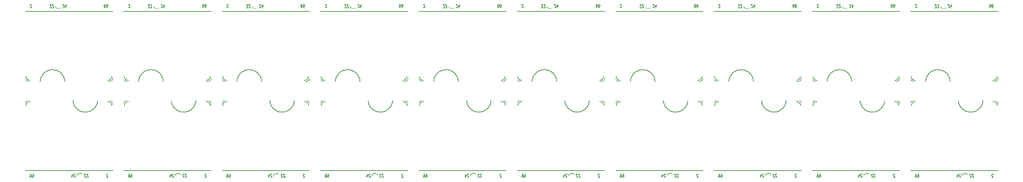
<source format=gbr>
*
%FSLAX24Y24*%
%MOIN*%
%ADD10C,0.005010*%
%ADD11C,0.005906*%
%ADD12R,0.027280X0.027280*%
%ADD13C,0.230035*%
%ADD14C,0.022000*%
%IPPOS*%
%LNm386940-gbo.GBR*%
%LPD*%
G54D10*
X006615Y001456D02*
X006660D01*
X006683Y001441D01*
X006694Y001426D01*
X006716Y001381D01*
X006728Y001321D01*
Y001201D01*
X006716Y001171D01*
X006705Y001156D01*
X006683Y001141D01*
X006638D01*
X006615Y001156D01*
X006604Y001171D01*
X006593Y001201D01*
Y001276D01*
X006604Y001306D01*
X006615Y001321D01*
X006638Y001336D01*
X006683D01*
X006705Y001321D01*
X006716Y001306D01*
X006728Y001276D01*
X006390Y001456D02*
X006435D01*
X006458Y001441D01*
X006469Y001426D01*
X006491Y001381D01*
X006503Y001321D01*
Y001201D01*
X006491Y001171D01*
X006480Y001156D01*
X006458Y001141D01*
X006413D01*
X006390Y001156D01*
X006379Y001171D01*
X006368Y001201D01*
Y001276D01*
X006379Y001306D01*
X006390Y001321D01*
X006413Y001336D01*
X006458D01*
X006480Y001321D01*
X006491Y001306D01*
X006503Y001276D01*
X010723Y001426D02*
X010711Y001441D01*
X010689Y001456D01*
X010633D01*
X010610Y001441D01*
X010599Y001426D01*
X010588Y001396D01*
Y001366D01*
X010599Y001321D01*
X010734Y001141D01*
X010588D01*
X010385Y001351D02*
Y001141D01*
X010442Y001471D02*
X010498Y001246D01*
X010352D01*
X013857Y001418D02*
X013845Y001433D01*
X013823Y001448D01*
X013767D01*
X013744Y001433D01*
X013733Y001418D01*
X013722Y001388D01*
Y001358D01*
X013733Y001313D01*
X013868Y001133D01*
X013722D01*
X011971Y001430D02*
X011960Y001445D01*
X011937Y001460D01*
X011881D01*
X011858Y001445D01*
X011847Y001430D01*
X011836Y001400D01*
Y001370D01*
X011847Y001325D01*
X011982Y001145D01*
X011836D01*
X011746Y001430D02*
X011735Y001445D01*
X011712Y001460D01*
X011656D01*
X011633Y001445D01*
X011622Y001430D01*
X011611Y001400D01*
Y001370D01*
X011622Y001325D01*
X011757Y001145D01*
X011611D01*
G54D11*
X014370Y001791D02*
X005906D01*
X006274Y008548D02*
X006212Y008543D01*
X006152Y008529D01*
X006094Y008505D01*
X006041Y008472D01*
X005994Y008431D01*
X005954Y008384D01*
X005922Y008330D01*
X005899Y008273D01*
X005885Y008212D01*
X005881Y008155D01*
X006398Y008429D02*
X006336Y008424D01*
X006275Y008410D01*
X006218Y008386D01*
X006165Y008353D01*
X006118Y008312D01*
X006077Y008264D01*
X006045Y008211D01*
X006022Y008153D01*
X006008Y008093D01*
X006004Y008035D01*
X011457Y001225D02*
X011452Y001279D01*
X011438Y001331D01*
X011414Y001379D01*
X011382Y001422D01*
X011342Y001459D01*
X011297Y001488D01*
X011247Y001508D01*
X011194Y001519D01*
X011140Y001520D01*
X011087Y001511D01*
X011036Y001493D01*
X010989Y001466D01*
X010948Y001430D01*
X010915Y001388D01*
X010889Y001341D01*
X010873Y001289D01*
X010866Y001236D01*
X010865Y001225D01*
X010512Y008570D02*
X010519Y008462D01*
X010535Y008356D01*
X010562Y008251D01*
X010597Y008149D01*
X010642Y008051D01*
X010696Y007957D01*
X010758Y007869D01*
X010828Y007786D01*
X010905Y007711D01*
X010988Y007643D01*
X011078Y007582D01*
X011172Y007530D01*
X011271Y007487D01*
X011374Y007453D01*
X011479Y007429D01*
X011586Y007414D01*
X011694Y007409D01*
X011801Y007414D01*
X011908Y007429D01*
X012013Y007454D01*
X012116Y007488D01*
X012215Y007531D01*
X012309Y007583D01*
X012399Y007643D01*
X012482Y007712D01*
X012559Y007787D01*
X012629Y007870D01*
X012691Y007958D01*
X012744Y008052D01*
X012789Y008150D01*
X012825Y008252D01*
X012851Y008357D01*
X012867Y008464D01*
X012874Y008570D01*
X014240Y008047D02*
X014235Y008109D01*
X014221Y008170D01*
X014197Y008227D01*
X014164Y008280D01*
X014123Y008327D01*
X014075Y008367D01*
X014022Y008400D01*
X013964Y008423D01*
X013904Y008437D01*
X013846Y008441D01*
X014359Y008170D02*
X014354Y008233D01*
X014340Y008293D01*
X014316Y008350D01*
X014283Y008403D01*
X014242Y008451D01*
X014195Y008491D01*
X014141Y008523D01*
X014084Y008546D01*
X014023Y008560D01*
X013966Y008564D01*
G54D10*
X013621Y017442D02*
X013576D01*
X013554Y017457D01*
X013542Y017472D01*
X013520Y017517D01*
X013509Y017577D01*
Y017697D01*
X013520Y017727D01*
X013531Y017742D01*
X013554Y017757D01*
X013599D01*
X013621Y017742D01*
X013632Y017727D01*
X013644Y017697D01*
Y017622D01*
X013632Y017592D01*
X013621Y017577D01*
X013599Y017562D01*
X013554D01*
X013531Y017577D01*
X013520Y017592D01*
X013509Y017622D01*
X013846Y017442D02*
X013801D01*
X013779Y017457D01*
X013767Y017472D01*
X013745Y017517D01*
X013734Y017577D01*
Y017697D01*
X013745Y017727D01*
X013756Y017742D01*
X013779Y017757D01*
X013824D01*
X013846Y017742D01*
X013857Y017727D01*
X013869Y017697D01*
Y017622D01*
X013857Y017592D01*
X013846Y017577D01*
X013824Y017562D01*
X013779D01*
X013756Y017577D01*
X013745Y017592D01*
X013734Y017622D01*
X009513Y017472D02*
X009525Y017457D01*
X009547Y017442D01*
X009603D01*
X009626Y017457D01*
X009637Y017472D01*
X009648Y017502D01*
Y017532D01*
X009637Y017577D01*
X009502Y017757D01*
X009648D01*
X009851Y017547D02*
Y017757D01*
X009795Y017427D02*
X009738Y017652D01*
X009885D01*
X006380Y017480D02*
X006391Y017465D01*
X006413Y017450D01*
X006470D01*
X006492Y017465D01*
X006503Y017480D01*
X006515Y017510D01*
Y017540D01*
X006503Y017585D01*
X006368Y017765D01*
X006515D01*
X008265Y017468D02*
X008277Y017453D01*
X008299Y017438D01*
X008355D01*
X008378Y017453D01*
X008389Y017468D01*
X008400Y017498D01*
Y017528D01*
X008389Y017573D01*
X008254Y017753D01*
X008400D01*
X008490Y017468D02*
X008502Y017453D01*
X008524Y017438D01*
X008580D01*
X008603Y017453D01*
X008614Y017468D01*
X008625Y017498D01*
Y017528D01*
X008614Y017573D01*
X008479Y017753D01*
X008625D01*
G54D11*
X005866Y017106D02*
X014331D01*
X013962Y010349D02*
X014024Y010354D01*
X014084Y010369D01*
X014142Y010393D01*
X014195Y010426D01*
X014242Y010466D01*
X014282Y010514D01*
X014314Y010567D01*
X014337Y010625D01*
X014351Y010686D01*
X014355Y010743D01*
X013839Y010469D02*
X013901Y010473D01*
X013961Y010488D01*
X014019Y010512D01*
X014072Y010545D01*
X014119Y010586D01*
X014159Y010633D01*
X014191Y010687D01*
X014214Y010744D01*
X014228Y010805D01*
X014232Y010862D01*
X008779Y017673D02*
X008784Y017619D01*
X008798Y017567D01*
X008822Y017519D01*
X008854Y017475D01*
X008894Y017438D01*
X008939Y017410D01*
X008989Y017389D01*
X009042Y017379D01*
X009096Y017378D01*
X009150Y017386D01*
X009200Y017405D01*
X009247Y017432D01*
X009288Y017467D01*
X009322Y017509D01*
X009347Y017557D01*
X009364Y017608D01*
X009371Y017662D01*
X009371Y017673D01*
X009724Y010328D02*
X009718Y010435D01*
X009701Y010542D01*
X009675Y010647D01*
X009639Y010749D01*
X009594Y010847D01*
X009540Y010940D01*
X009478Y011029D01*
X009409Y011111D01*
X009332Y011187D01*
X009248Y011255D01*
X009159Y011315D01*
X009064Y011367D01*
X008965Y011411D01*
X008863Y011444D01*
X008757Y011469D01*
X008650Y011483D01*
X008543Y011488D01*
X008435Y011483D01*
X008328Y011469D01*
X008223Y011444D01*
X008120Y011410D01*
X008021Y011367D01*
X007927Y011315D01*
X007837Y011254D01*
X007754Y011186D01*
X007677Y011110D01*
X007607Y011028D01*
X007545Y010939D01*
X007492Y010846D01*
X007447Y010747D01*
X007412Y010645D01*
X007385Y010541D01*
X007369Y010434D01*
X007362Y010328D01*
X005996Y010850D02*
X006001Y010788D01*
X006016Y010728D01*
X006040Y010670D01*
X006072Y010617D01*
X006113Y010570D01*
X006161Y010530D01*
X006214Y010498D01*
X006272Y010475D01*
X006333Y010461D01*
X006390Y010457D01*
X005877Y010727D02*
X005882Y010665D01*
X005896Y010605D01*
X005920Y010547D01*
X005953Y010494D01*
X005994Y010447D01*
X006041Y010407D01*
X006095Y010375D01*
X006153Y010352D01*
X006213Y010338D01*
X006271Y010334D01*
G54D10*
X016064Y001456D02*
X016109D01*
X016131Y001441D01*
X016143Y001426D01*
X016165Y001381D01*
X016176Y001321D01*
Y001201D01*
X016165Y001171D01*
X016154Y001156D01*
X016131Y001141D01*
X016086D01*
X016064Y001156D01*
X016053Y001171D01*
X016041Y001201D01*
Y001276D01*
X016053Y001306D01*
X016064Y001321D01*
X016086Y001336D01*
X016131D01*
X016154Y001321D01*
X016165Y001306D01*
X016176Y001276D01*
X015839Y001456D02*
X015884D01*
X015906Y001441D01*
X015918Y001426D01*
X015940Y001381D01*
X015951Y001321D01*
Y001201D01*
X015940Y001171D01*
X015929Y001156D01*
X015906Y001141D01*
X015861D01*
X015839Y001156D01*
X015828Y001171D01*
X015816Y001201D01*
Y001276D01*
X015828Y001306D01*
X015839Y001321D01*
X015861Y001336D01*
X015906D01*
X015929Y001321D01*
X015940Y001306D01*
X015951Y001276D01*
X020172Y001426D02*
X020160Y001441D01*
X020138Y001456D01*
X020082D01*
X020059Y001441D01*
X020048Y001426D01*
X020037Y001396D01*
Y001366D01*
X020048Y001321D01*
X020183Y001141D01*
X020037D01*
X019834Y001351D02*
Y001141D01*
X019890Y001471D02*
X019947Y001246D01*
X019800D01*
X023305Y001418D02*
X023294Y001433D01*
X023272Y001448D01*
X023215D01*
X023193Y001433D01*
X023182Y001418D01*
X023170Y001388D01*
Y001358D01*
X023182Y001313D01*
X023317Y001133D01*
X023170D01*
X021420Y001430D02*
X021408Y001445D01*
X021386Y001460D01*
X021330D01*
X021307Y001445D01*
X021296Y001430D01*
X021285Y001400D01*
Y001370D01*
X021296Y001325D01*
X021431Y001145D01*
X021285D01*
X021195Y001430D02*
X021183Y001445D01*
X021161Y001460D01*
X021105D01*
X021082Y001445D01*
X021071Y001430D01*
X021060Y001400D01*
Y001370D01*
X021071Y001325D01*
X021206Y001145D01*
X021060D01*
G54D11*
X023819Y001791D02*
X015354D01*
X015723Y008548D02*
X015661Y008543D01*
X015601Y008529D01*
X015543Y008505D01*
X015490Y008472D01*
X015443Y008431D01*
X015403Y008384D01*
X015371Y008330D01*
X015348Y008273D01*
X015334Y008212D01*
X015330Y008155D01*
X015846Y008429D02*
X015784Y008424D01*
X015724Y008410D01*
X015666Y008386D01*
X015613Y008353D01*
X015566Y008312D01*
X015526Y008264D01*
X015494Y008211D01*
X015471Y008153D01*
X015457Y008093D01*
X015453Y008035D01*
X020906Y001225D02*
X020901Y001279D01*
X020887Y001331D01*
X020863Y001379D01*
X020831Y001422D01*
X020791Y001459D01*
X020746Y001488D01*
X020696Y001508D01*
X020643Y001519D01*
X020589Y001520D01*
X020535Y001511D01*
X020485Y001493D01*
X020438Y001466D01*
X020397Y001430D01*
X020363Y001388D01*
X020338Y001341D01*
X020321Y001289D01*
X020315Y001236D01*
X020314Y001225D01*
X019961Y008570D02*
X019967Y008462D01*
X019984Y008356D01*
X020010Y008251D01*
X020046Y008149D01*
X020091Y008051D01*
X020145Y007957D01*
X020207Y007869D01*
X020276Y007786D01*
X020353Y007711D01*
X020437Y007643D01*
X020526Y007582D01*
X020621Y007530D01*
X020720Y007487D01*
X020822Y007453D01*
X020928Y007429D01*
X021035Y007414D01*
X021142Y007409D01*
X021250Y007414D01*
X021357Y007429D01*
X021462Y007454D01*
X021565Y007488D01*
X021664Y007531D01*
X021758Y007583D01*
X021848Y007643D01*
X021931Y007712D01*
X022008Y007787D01*
X022078Y007870D01*
X022140Y007958D01*
X022193Y008052D01*
X022238Y008150D01*
X022274Y008252D01*
X022300Y008357D01*
X022316Y008464D01*
X022323Y008570D01*
X023689Y008047D02*
X023684Y008109D01*
X023669Y008170D01*
X023645Y008227D01*
X023613Y008280D01*
X023572Y008327D01*
X023524Y008367D01*
X023471Y008400D01*
X023413Y008423D01*
X023352Y008437D01*
X023295Y008441D01*
X023808Y008170D02*
X023803Y008233D01*
X023789Y008293D01*
X023765Y008350D01*
X023732Y008403D01*
X023691Y008451D01*
X023644Y008491D01*
X023590Y008523D01*
X023532Y008546D01*
X023472Y008560D01*
X023415Y008564D01*
G54D10*
X023070Y017442D02*
X023025D01*
X023002Y017457D01*
X022991Y017472D01*
X022969Y017517D01*
X022957Y017577D01*
Y017697D01*
X022969Y017727D01*
X022980Y017742D01*
X023002Y017757D01*
X023047D01*
X023070Y017742D01*
X023081Y017727D01*
X023092Y017697D01*
Y017622D01*
X023081Y017592D01*
X023070Y017577D01*
X023047Y017562D01*
X023002D01*
X022980Y017577D01*
X022969Y017592D01*
X022957Y017622D01*
X023295Y017442D02*
X023250D01*
X023227Y017457D01*
X023216Y017472D01*
X023194Y017517D01*
X023182Y017577D01*
Y017697D01*
X023194Y017727D01*
X023205Y017742D01*
X023227Y017757D01*
X023272D01*
X023295Y017742D01*
X023306Y017727D01*
X023317Y017697D01*
Y017622D01*
X023306Y017592D01*
X023295Y017577D01*
X023272Y017562D01*
X023227D01*
X023205Y017577D01*
X023194Y017592D01*
X023182Y017622D01*
X018962Y017472D02*
X018974Y017457D01*
X018996Y017442D01*
X019052D01*
X019075Y017457D01*
X019086Y017472D01*
X019097Y017502D01*
Y017532D01*
X019086Y017577D01*
X018951Y017757D01*
X019097D01*
X019300Y017547D02*
Y017757D01*
X019244Y017427D02*
X019187Y017652D01*
X019334D01*
X015828Y017480D02*
X015840Y017465D01*
X015862Y017450D01*
X015918D01*
X015941Y017465D01*
X015952Y017480D01*
X015963Y017510D01*
Y017540D01*
X015952Y017585D01*
X015817Y017765D01*
X015963D01*
X017714Y017468D02*
X017726Y017453D01*
X017748Y017438D01*
X017804D01*
X017827Y017453D01*
X017838Y017468D01*
X017849Y017498D01*
Y017528D01*
X017838Y017573D01*
X017703Y017753D01*
X017849D01*
X017939Y017468D02*
X017951Y017453D01*
X017973Y017438D01*
X018029D01*
X018052Y017453D01*
X018063Y017468D01*
X018074Y017498D01*
Y017528D01*
X018063Y017573D01*
X017928Y017753D01*
X018074D01*
G54D11*
X015315Y017106D02*
X023780D01*
X023411Y010349D02*
X023473Y010354D01*
X023533Y010369D01*
X023591Y010393D01*
X023644Y010426D01*
X023691Y010466D01*
X023731Y010514D01*
X023763Y010567D01*
X023786Y010625D01*
X023800Y010686D01*
X023804Y010743D01*
X023287Y010469D02*
X023349Y010473D01*
X023410Y010488D01*
X023467Y010512D01*
X023520Y010545D01*
X023568Y010586D01*
X023608Y010633D01*
X023640Y010687D01*
X023663Y010744D01*
X023677Y010805D01*
X023681Y010862D01*
X018228Y017673D02*
X018233Y017619D01*
X018247Y017567D01*
X018271Y017519D01*
X018303Y017475D01*
X018343Y017438D01*
X018388Y017410D01*
X018438Y017389D01*
X018491Y017379D01*
X018545Y017378D01*
X018598Y017386D01*
X018649Y017405D01*
X018696Y017432D01*
X018737Y017467D01*
X018770Y017509D01*
X018796Y017557D01*
X018812Y017608D01*
X018819Y017662D01*
X018820Y017673D01*
X019173Y010328D02*
X019166Y010435D01*
X019150Y010542D01*
X019124Y010647D01*
X019088Y010749D01*
X019043Y010847D01*
X018989Y010940D01*
X018927Y011029D01*
X018857Y011111D01*
X018780Y011187D01*
X018697Y011255D01*
X018607Y011315D01*
X018513Y011367D01*
X018414Y011411D01*
X018311Y011444D01*
X018206Y011469D01*
X018099Y011483D01*
X017991Y011488D01*
X017884Y011483D01*
X017777Y011469D01*
X017672Y011444D01*
X017569Y011410D01*
X017470Y011367D01*
X017376Y011315D01*
X017286Y011254D01*
X017203Y011186D01*
X017126Y011110D01*
X017056Y011028D01*
X016994Y010939D01*
X016941Y010846D01*
X016896Y010747D01*
X016860Y010645D01*
X016834Y010541D01*
X016818Y010434D01*
X016811Y010328D01*
X015445Y010850D02*
X015450Y010788D01*
X015464Y010728D01*
X015488Y010670D01*
X015521Y010617D01*
X015562Y010570D01*
X015610Y010530D01*
X015663Y010498D01*
X015721Y010475D01*
X015781Y010461D01*
X015839Y010457D01*
X015326Y010727D02*
X015331Y010665D01*
X015345Y010605D01*
X015369Y010547D01*
X015402Y010494D01*
X015443Y010447D01*
X015490Y010407D01*
X015544Y010375D01*
X015601Y010352D01*
X015662Y010338D01*
X015719Y010334D01*
G54D10*
X025513Y001456D02*
X025558D01*
X025580Y001441D01*
X025591Y001426D01*
X025614Y001381D01*
X025625Y001321D01*
Y001201D01*
X025614Y001171D01*
X025603Y001156D01*
X025580Y001141D01*
X025535D01*
X025513Y001156D01*
X025501Y001171D01*
X025490Y001201D01*
Y001276D01*
X025501Y001306D01*
X025513Y001321D01*
X025535Y001336D01*
X025580D01*
X025603Y001321D01*
X025614Y001306D01*
X025625Y001276D01*
X025288Y001456D02*
X025333D01*
X025355Y001441D01*
X025366Y001426D01*
X025389Y001381D01*
X025400Y001321D01*
Y001201D01*
X025389Y001171D01*
X025378Y001156D01*
X025355Y001141D01*
X025310D01*
X025288Y001156D01*
X025276Y001171D01*
X025265Y001201D01*
Y001276D01*
X025276Y001306D01*
X025288Y001321D01*
X025310Y001336D01*
X025355D01*
X025378Y001321D01*
X025389Y001306D01*
X025400Y001276D01*
X029620Y001426D02*
X029609Y001441D01*
X029587Y001456D01*
X029530D01*
X029508Y001441D01*
X029497Y001426D01*
X029485Y001396D01*
Y001366D01*
X029497Y001321D01*
X029632Y001141D01*
X029485D01*
X029283Y001351D02*
Y001141D01*
X029339Y001471D02*
X029395Y001246D01*
X029249D01*
X032754Y001418D02*
X032743Y001433D01*
X032720Y001448D01*
X032664D01*
X032642Y001433D01*
X032630Y001418D01*
X032619Y001388D01*
Y001358D01*
X032630Y001313D01*
X032765Y001133D01*
X032619D01*
X030868Y001430D02*
X030857Y001445D01*
X030835Y001460D01*
X030778D01*
X030756Y001445D01*
X030745Y001430D01*
X030733Y001400D01*
Y001370D01*
X030745Y001325D01*
X030880Y001145D01*
X030733D01*
X030643Y001430D02*
X030632Y001445D01*
X030610Y001460D01*
X030553D01*
X030531Y001445D01*
X030520Y001430D01*
X030508Y001400D01*
Y001370D01*
X030520Y001325D01*
X030655Y001145D01*
X030508D01*
G54D11*
X033268Y001791D02*
X024803D01*
X025172Y008548D02*
X025110Y008543D01*
X025049Y008529D01*
X024992Y008505D01*
X024939Y008472D01*
X024892Y008431D01*
X024852Y008384D01*
X024820Y008330D01*
X024796Y008273D01*
X024783Y008212D01*
X024778Y008155D01*
X025295Y008429D02*
X025233Y008424D01*
X025173Y008410D01*
X025115Y008386D01*
X025062Y008353D01*
X025015Y008312D01*
X024975Y008264D01*
X024943Y008211D01*
X024920Y008153D01*
X024906Y008093D01*
X024902Y008035D01*
X030355Y001225D02*
X030350Y001279D01*
X030335Y001331D01*
X030312Y001379D01*
X030279Y001422D01*
X030240Y001459D01*
X030194Y001488D01*
X030144Y001508D01*
X030091Y001519D01*
X030038Y001520D01*
X029984Y001511D01*
X029934Y001493D01*
X029887Y001466D01*
X029846Y001430D01*
X029812Y001388D01*
X029787Y001341D01*
X029770Y001289D01*
X029763Y001236D01*
X029763Y001225D01*
X029409Y008570D02*
X029416Y008462D01*
X029433Y008356D01*
X029459Y008251D01*
X029495Y008149D01*
X029540Y008051D01*
X029593Y007957D01*
X029655Y007869D01*
X029725Y007786D01*
X029802Y007711D01*
X029886Y007643D01*
X029975Y007582D01*
X030070Y007530D01*
X030169Y007487D01*
X030271Y007453D01*
X030376Y007429D01*
X030483Y007414D01*
X030591Y007409D01*
X030699Y007414D01*
X030806Y007429D01*
X030911Y007454D01*
X031014Y007488D01*
X031112Y007531D01*
X031207Y007583D01*
X031296Y007643D01*
X031380Y007712D01*
X031457Y007787D01*
X031527Y007870D01*
X031588Y007958D01*
X031642Y008052D01*
X031687Y008150D01*
X031722Y008252D01*
X031748Y008357D01*
X031765Y008464D01*
X031772Y008570D01*
X033138Y008047D02*
X033133Y008109D01*
X033118Y008170D01*
X033094Y008227D01*
X033061Y008280D01*
X033021Y008327D01*
X032973Y008367D01*
X032920Y008400D01*
X032862Y008423D01*
X032801Y008437D01*
X032744Y008441D01*
X033257Y008170D02*
X033252Y008233D01*
X033237Y008293D01*
X033213Y008350D01*
X033181Y008403D01*
X033140Y008451D01*
X033092Y008491D01*
X033039Y008523D01*
X032981Y008546D01*
X032921Y008560D01*
X032863Y008564D01*
G54D10*
X032519Y017442D02*
X032474D01*
X032451Y017457D01*
X032440Y017472D01*
X032418Y017517D01*
X032406Y017577D01*
Y017697D01*
X032418Y017727D01*
X032429Y017742D01*
X032451Y017757D01*
X032496D01*
X032519Y017742D01*
X032530Y017727D01*
X032541Y017697D01*
Y017622D01*
X032530Y017592D01*
X032519Y017577D01*
X032496Y017562D01*
X032451D01*
X032429Y017577D01*
X032418Y017592D01*
X032406Y017622D01*
X032744Y017442D02*
X032699D01*
X032676Y017457D01*
X032665Y017472D01*
X032643Y017517D01*
X032631Y017577D01*
Y017697D01*
X032643Y017727D01*
X032654Y017742D01*
X032676Y017757D01*
X032721D01*
X032744Y017742D01*
X032755Y017727D01*
X032766Y017697D01*
Y017622D01*
X032755Y017592D01*
X032744Y017577D01*
X032721Y017562D01*
X032676D01*
X032654Y017577D01*
X032643Y017592D01*
X032631Y017622D01*
X028411Y017472D02*
X028422Y017457D01*
X028445Y017442D01*
X028501D01*
X028524Y017457D01*
X028535Y017472D01*
X028546Y017502D01*
Y017532D01*
X028535Y017577D01*
X028400Y017757D01*
X028546D01*
X028749Y017547D02*
Y017757D01*
X028692Y017427D02*
X028636Y017652D01*
X028782D01*
X025277Y017480D02*
X025289Y017465D01*
X025311Y017450D01*
X025367D01*
X025390Y017465D01*
X025401Y017480D01*
X025412Y017510D01*
Y017540D01*
X025401Y017585D01*
X025266Y017765D01*
X025412D01*
X027163Y017468D02*
X027174Y017453D01*
X027197Y017438D01*
X027253D01*
X027276Y017453D01*
X027287Y017468D01*
X027298Y017498D01*
Y017528D01*
X027287Y017573D01*
X027152Y017753D01*
X027298D01*
X027388Y017468D02*
X027399Y017453D01*
X027422Y017438D01*
X027478D01*
X027501Y017453D01*
X027512Y017468D01*
X027523Y017498D01*
Y017528D01*
X027512Y017573D01*
X027377Y017753D01*
X027523D01*
G54D11*
X024764Y017106D02*
X033228D01*
X032859Y010349D02*
X032921Y010354D01*
X032982Y010369D01*
X033039Y010393D01*
X033092Y010426D01*
X033140Y010466D01*
X033180Y010514D01*
X033212Y010567D01*
X033235Y010625D01*
X033249Y010686D01*
X033253Y010743D01*
X032736Y010469D02*
X032798Y010473D01*
X032859Y010488D01*
X032916Y010512D01*
X032969Y010545D01*
X033016Y010586D01*
X033056Y010633D01*
X033089Y010687D01*
X033112Y010744D01*
X033126Y010805D01*
X033130Y010862D01*
X027677Y017673D02*
X027681Y017619D01*
X027696Y017567D01*
X027720Y017519D01*
X027752Y017475D01*
X027792Y017438D01*
X027837Y017410D01*
X027887Y017389D01*
X027940Y017379D01*
X027994Y017378D01*
X028047Y017386D01*
X028098Y017405D01*
X028145Y017432D01*
X028185Y017467D01*
X028219Y017509D01*
X028245Y017557D01*
X028261Y017608D01*
X028268Y017662D01*
X028268Y017673D01*
X028622Y010328D02*
X028615Y010435D01*
X028599Y010542D01*
X028572Y010647D01*
X028537Y010749D01*
X028492Y010847D01*
X028438Y010940D01*
X028376Y011029D01*
X028306Y011111D01*
X028229Y011187D01*
X028146Y011255D01*
X028056Y011315D01*
X027962Y011367D01*
X027863Y011411D01*
X027760Y011444D01*
X027655Y011469D01*
X027548Y011483D01*
X027440Y011488D01*
X027332Y011483D01*
X027226Y011469D01*
X027120Y011444D01*
X027018Y011410D01*
X026919Y011367D01*
X026825Y011315D01*
X026735Y011254D01*
X026652Y011186D01*
X026575Y011110D01*
X026505Y011028D01*
X026443Y010939D01*
X026390Y010846D01*
X026345Y010747D01*
X026309Y010645D01*
X026283Y010541D01*
X026267Y010434D01*
X026260Y010328D01*
X024894Y010850D02*
X024899Y010788D01*
X024913Y010728D01*
X024937Y010670D01*
X024970Y010617D01*
X025011Y010570D01*
X025058Y010530D01*
X025112Y010498D01*
X025169Y010475D01*
X025230Y010461D01*
X025287Y010457D01*
X024774Y010727D02*
X024779Y010665D01*
X024794Y010605D01*
X024818Y010547D01*
X024851Y010494D01*
X024892Y010447D01*
X024939Y010407D01*
X024992Y010375D01*
X025050Y010352D01*
X025111Y010338D01*
X025168Y010334D01*
G54D10*
X034962Y001456D02*
X035007D01*
X035029Y001441D01*
X035040Y001426D01*
X035063Y001381D01*
X035074Y001321D01*
Y001201D01*
X035063Y001171D01*
X035052Y001156D01*
X035029Y001141D01*
X034984D01*
X034962Y001156D01*
X034950Y001171D01*
X034939Y001201D01*
Y001276D01*
X034950Y001306D01*
X034962Y001321D01*
X034984Y001336D01*
X035029D01*
X035052Y001321D01*
X035063Y001306D01*
X035074Y001276D01*
X034737Y001456D02*
X034782D01*
X034804Y001441D01*
X034815Y001426D01*
X034838Y001381D01*
X034849Y001321D01*
Y001201D01*
X034838Y001171D01*
X034827Y001156D01*
X034804Y001141D01*
X034759D01*
X034737Y001156D01*
X034725Y001171D01*
X034714Y001201D01*
Y001276D01*
X034725Y001306D01*
X034737Y001321D01*
X034759Y001336D01*
X034804D01*
X034827Y001321D01*
X034838Y001306D01*
X034849Y001276D01*
X039069Y001426D02*
X039058Y001441D01*
X039035Y001456D01*
X038979D01*
X038957Y001441D01*
X038945Y001426D01*
X038934Y001396D01*
Y001366D01*
X038945Y001321D01*
X039080Y001141D01*
X038934D01*
X038732Y001351D02*
Y001141D01*
X038788Y001471D02*
X038844Y001246D01*
X038698D01*
X042203Y001418D02*
X042192Y001433D01*
X042169Y001448D01*
X042113D01*
X042091Y001433D01*
X042079Y001418D01*
X042068Y001388D01*
Y001358D01*
X042079Y001313D01*
X042214Y001133D01*
X042068D01*
X040317Y001430D02*
X040306Y001445D01*
X040283Y001460D01*
X040227D01*
X040205Y001445D01*
X040193Y001430D01*
X040182Y001400D01*
Y001370D01*
X040193Y001325D01*
X040328Y001145D01*
X040182D01*
X040092Y001430D02*
X040081Y001445D01*
X040058Y001460D01*
X040002D01*
X039980Y001445D01*
X039969Y001430D01*
X039957Y001400D01*
Y001370D01*
X039969Y001325D01*
X040103Y001145D01*
X039957D01*
G54D11*
X042717Y001791D02*
X034252D01*
X034621Y008548D02*
X034559Y008543D01*
X034498Y008529D01*
X034441Y008505D01*
X034388Y008472D01*
X034341Y008431D01*
X034301Y008384D01*
X034269Y008330D01*
X034245Y008273D01*
X034231Y008212D01*
X034227Y008155D01*
X034744Y008429D02*
X034682Y008424D01*
X034621Y008410D01*
X034564Y008386D01*
X034511Y008353D01*
X034464Y008312D01*
X034424Y008264D01*
X034392Y008211D01*
X034368Y008153D01*
X034355Y008093D01*
X034350Y008035D01*
X039804Y001225D02*
X039799Y001279D01*
X039784Y001331D01*
X039760Y001379D01*
X039728Y001422D01*
X039689Y001459D01*
X039643Y001488D01*
X039593Y001508D01*
X039540Y001519D01*
X039486Y001520D01*
X039433Y001511D01*
X039382Y001493D01*
X039336Y001466D01*
X039295Y001430D01*
X039261Y001388D01*
X039236Y001341D01*
X039219Y001289D01*
X039212Y001236D01*
X039212Y001225D01*
X038858Y008570D02*
X038865Y008462D01*
X038882Y008356D01*
X038908Y008251D01*
X038944Y008149D01*
X038989Y008051D01*
X039042Y007957D01*
X039104Y007869D01*
X039174Y007786D01*
X039251Y007711D01*
X039335Y007643D01*
X039424Y007582D01*
X039519Y007530D01*
X039618Y007487D01*
X039720Y007453D01*
X039825Y007429D01*
X039932Y007414D01*
X040040Y007409D01*
X040148Y007414D01*
X040255Y007429D01*
X040360Y007454D01*
X040462Y007488D01*
X040561Y007531D01*
X040656Y007583D01*
X040745Y007643D01*
X040829Y007712D01*
X040906Y007787D01*
X040975Y007870D01*
X041037Y007958D01*
X041091Y008052D01*
X041136Y008150D01*
X041171Y008252D01*
X041197Y008357D01*
X041214Y008464D01*
X041220Y008570D01*
X042587Y008047D02*
X042582Y008109D01*
X042567Y008170D01*
X042543Y008227D01*
X042510Y008280D01*
X042470Y008327D01*
X042422Y008367D01*
X042369Y008400D01*
X042311Y008423D01*
X042250Y008437D01*
X042193Y008441D01*
X042706Y008170D02*
X042701Y008233D01*
X042686Y008293D01*
X042662Y008350D01*
X042630Y008403D01*
X042589Y008451D01*
X042541Y008491D01*
X042488Y008523D01*
X042430Y008546D01*
X042369Y008560D01*
X042312Y008564D01*
G54D10*
X041968Y017442D02*
X041923D01*
X041900Y017457D01*
X041889Y017472D01*
X041866Y017517D01*
X041855Y017577D01*
Y017697D01*
X041866Y017727D01*
X041878Y017742D01*
X041900Y017757D01*
X041945D01*
X041968Y017742D01*
X041979Y017727D01*
X041990Y017697D01*
Y017622D01*
X041979Y017592D01*
X041968Y017577D01*
X041945Y017562D01*
X041900D01*
X041878Y017577D01*
X041866Y017592D01*
X041855Y017622D01*
X042193Y017442D02*
X042148D01*
X042125Y017457D01*
X042114Y017472D01*
X042091Y017517D01*
X042080Y017577D01*
Y017697D01*
X042091Y017727D01*
X042103Y017742D01*
X042125Y017757D01*
X042170D01*
X042193Y017742D01*
X042204Y017727D01*
X042215Y017697D01*
Y017622D01*
X042204Y017592D01*
X042193Y017577D01*
X042170Y017562D01*
X042125D01*
X042103Y017577D01*
X042091Y017592D01*
X042080Y017622D01*
X037860Y017472D02*
X037871Y017457D01*
X037894Y017442D01*
X037950D01*
X037972Y017457D01*
X037984Y017472D01*
X037995Y017502D01*
Y017532D01*
X037984Y017577D01*
X037849Y017757D01*
X037995D01*
X038197Y017547D02*
Y017757D01*
X038141Y017427D02*
X038085Y017652D01*
X038231D01*
X034726Y017480D02*
X034737Y017465D01*
X034760Y017450D01*
X034816D01*
X034839Y017465D01*
X034850Y017480D01*
X034861Y017510D01*
Y017540D01*
X034850Y017585D01*
X034715Y017765D01*
X034861D01*
X036612Y017468D02*
X036623Y017453D01*
X036646Y017438D01*
X036702D01*
X036724Y017453D01*
X036736Y017468D01*
X036747Y017498D01*
Y017528D01*
X036736Y017573D01*
X036601Y017753D01*
X036747D01*
X036837Y017468D02*
X036848Y017453D01*
X036871Y017438D01*
X036927D01*
X036949Y017453D01*
X036961Y017468D01*
X036972Y017498D01*
Y017528D01*
X036961Y017573D01*
X036826Y017753D01*
X036972D01*
G54D11*
X034213Y017106D02*
X042677D01*
X042308Y010349D02*
X042370Y010354D01*
X042431Y010369D01*
X042488Y010393D01*
X042541Y010426D01*
X042588Y010466D01*
X042628Y010514D01*
X042661Y010567D01*
X042684Y010625D01*
X042698Y010686D01*
X042702Y010743D01*
X042185Y010469D02*
X042247Y010473D01*
X042308Y010488D01*
X042365Y010512D01*
X042418Y010545D01*
X042465Y010586D01*
X042505Y010633D01*
X042537Y010687D01*
X042561Y010744D01*
X042575Y010805D01*
X042579Y010862D01*
X037125Y017673D02*
X037130Y017619D01*
X037145Y017567D01*
X037169Y017519D01*
X037201Y017475D01*
X037240Y017438D01*
X037286Y017410D01*
X037336Y017389D01*
X037389Y017379D01*
X037443Y017378D01*
X037496Y017386D01*
X037547Y017405D01*
X037593Y017432D01*
X037634Y017467D01*
X037668Y017509D01*
X037694Y017557D01*
X037710Y017608D01*
X037717Y017662D01*
X037717Y017673D01*
X038071Y010328D02*
X038064Y010435D01*
X038047Y010542D01*
X038021Y010647D01*
X037985Y010749D01*
X037941Y010847D01*
X037887Y010940D01*
X037825Y011029D01*
X037755Y011111D01*
X037678Y011187D01*
X037595Y011255D01*
X037505Y011315D01*
X037410Y011367D01*
X037311Y011411D01*
X037209Y011444D01*
X037104Y011469D01*
X036997Y011483D01*
X036889Y011488D01*
X036781Y011483D01*
X036674Y011469D01*
X036569Y011444D01*
X036467Y011410D01*
X036368Y011367D01*
X036273Y011315D01*
X036184Y011254D01*
X036100Y011186D01*
X036023Y011110D01*
X035954Y011028D01*
X035892Y010939D01*
X035838Y010846D01*
X035794Y010747D01*
X035758Y010645D01*
X035732Y010541D01*
X035715Y010434D01*
X035709Y010328D01*
X034343Y010850D02*
X034347Y010788D01*
X034362Y010728D01*
X034386Y010670D01*
X034419Y010617D01*
X034460Y010570D01*
X034507Y010530D01*
X034561Y010498D01*
X034618Y010475D01*
X034679Y010461D01*
X034736Y010457D01*
X034223Y010727D02*
X034228Y010665D01*
X034243Y010605D01*
X034267Y010547D01*
X034300Y010494D01*
X034340Y010447D01*
X034388Y010407D01*
X034441Y010375D01*
X034499Y010352D01*
X034560Y010338D01*
X034617Y010334D01*
G54D10*
X044410Y001456D02*
X044455D01*
X044478Y001441D01*
X044489Y001426D01*
X044512Y001381D01*
X044523Y001321D01*
Y001201D01*
X044512Y001171D01*
X044500Y001156D01*
X044478Y001141D01*
X044433D01*
X044410Y001156D01*
X044399Y001171D01*
X044388Y001201D01*
Y001276D01*
X044399Y001306D01*
X044410Y001321D01*
X044433Y001336D01*
X044478D01*
X044500Y001321D01*
X044512Y001306D01*
X044523Y001276D01*
X044185Y001456D02*
X044230D01*
X044253Y001441D01*
X044264Y001426D01*
X044287Y001381D01*
X044298Y001321D01*
Y001201D01*
X044287Y001171D01*
X044275Y001156D01*
X044253Y001141D01*
X044208D01*
X044185Y001156D01*
X044174Y001171D01*
X044163Y001201D01*
Y001276D01*
X044174Y001306D01*
X044185Y001321D01*
X044208Y001336D01*
X044253D01*
X044275Y001321D01*
X044287Y001306D01*
X044298Y001276D01*
X048518Y001426D02*
X048507Y001441D01*
X048484Y001456D01*
X048428D01*
X048406Y001441D01*
X048394Y001426D01*
X048383Y001396D01*
Y001366D01*
X048394Y001321D01*
X048529Y001141D01*
X048383D01*
X048181Y001351D02*
Y001141D01*
X048237Y001471D02*
X048293Y001246D01*
X048147D01*
X051652Y001418D02*
X051641Y001433D01*
X051618Y001448D01*
X051562D01*
X051539Y001433D01*
X051528Y001418D01*
X051517Y001388D01*
Y001358D01*
X051528Y001313D01*
X051663Y001133D01*
X051517D01*
X049766Y001430D02*
X049755Y001445D01*
X049732Y001460D01*
X049676D01*
X049654Y001445D01*
X049642Y001430D01*
X049631Y001400D01*
Y001370D01*
X049642Y001325D01*
X049777Y001145D01*
X049631D01*
X049541Y001430D02*
X049530Y001445D01*
X049507Y001460D01*
X049451D01*
X049429Y001445D01*
X049417Y001430D01*
X049406Y001400D01*
Y001370D01*
X049417Y001325D01*
X049552Y001145D01*
X049406D01*
G54D11*
X052165Y001791D02*
X043701D01*
X044070Y008548D02*
X044008Y008543D01*
X043947Y008529D01*
X043890Y008505D01*
X043837Y008472D01*
X043790Y008431D01*
X043749Y008384D01*
X043717Y008330D01*
X043694Y008273D01*
X043680Y008212D01*
X043676Y008155D01*
X044193Y008429D02*
X044131Y008424D01*
X044070Y008410D01*
X044013Y008386D01*
X043960Y008353D01*
X043913Y008312D01*
X043873Y008264D01*
X043841Y008211D01*
X043817Y008153D01*
X043803Y008093D01*
X043799Y008035D01*
X049253Y001225D02*
X049248Y001279D01*
X049233Y001331D01*
X049209Y001379D01*
X049177Y001422D01*
X049138Y001459D01*
X049092Y001488D01*
X049042Y001508D01*
X048989Y001519D01*
X048935Y001520D01*
X048882Y001511D01*
X048831Y001493D01*
X048785Y001466D01*
X048744Y001430D01*
X048710Y001388D01*
X048684Y001341D01*
X048668Y001289D01*
X048661Y001236D01*
X048661Y001225D01*
X048307Y008570D02*
X048314Y008462D01*
X048331Y008356D01*
X048357Y008251D01*
X048393Y008149D01*
X048437Y008051D01*
X048491Y007957D01*
X048553Y007869D01*
X048623Y007786D01*
X048700Y007711D01*
X048783Y007643D01*
X048873Y007582D01*
X048968Y007530D01*
X049066Y007487D01*
X049169Y007453D01*
X049274Y007429D01*
X049381Y007414D01*
X049489Y007409D01*
X049597Y007414D01*
X049704Y007429D01*
X049809Y007454D01*
X049911Y007488D01*
X050010Y007531D01*
X050105Y007583D01*
X050194Y007643D01*
X050278Y007712D01*
X050354Y007787D01*
X050424Y007870D01*
X050486Y007958D01*
X050540Y008052D01*
X050584Y008150D01*
X050620Y008252D01*
X050646Y008357D01*
X050663Y008464D01*
X050669Y008570D01*
X052035Y008047D02*
X052031Y008109D01*
X052016Y008170D01*
X051992Y008227D01*
X051959Y008280D01*
X051918Y008327D01*
X051871Y008367D01*
X051817Y008400D01*
X051760Y008423D01*
X051699Y008437D01*
X051642Y008441D01*
X052155Y008170D02*
X052150Y008233D01*
X052135Y008293D01*
X052111Y008350D01*
X052078Y008403D01*
X052038Y008451D01*
X051990Y008491D01*
X051937Y008523D01*
X051879Y008546D01*
X051818Y008560D01*
X051761Y008564D01*
G54D10*
X051416Y017442D02*
X051371D01*
X051349Y017457D01*
X051338Y017472D01*
X051315Y017517D01*
X051304Y017577D01*
Y017697D01*
X051315Y017727D01*
X051326Y017742D01*
X051349Y017757D01*
X051394D01*
X051416Y017742D01*
X051428Y017727D01*
X051439Y017697D01*
Y017622D01*
X051428Y017592D01*
X051416Y017577D01*
X051394Y017562D01*
X051349D01*
X051326Y017577D01*
X051315Y017592D01*
X051304Y017622D01*
X051641Y017442D02*
X051596D01*
X051574Y017457D01*
X051563Y017472D01*
X051540Y017517D01*
X051529Y017577D01*
Y017697D01*
X051540Y017727D01*
X051551Y017742D01*
X051574Y017757D01*
X051619D01*
X051641Y017742D01*
X051653Y017727D01*
X051664Y017697D01*
Y017622D01*
X051653Y017592D01*
X051641Y017577D01*
X051619Y017562D01*
X051574D01*
X051551Y017577D01*
X051540Y017592D01*
X051529Y017622D01*
X047309Y017472D02*
X047320Y017457D01*
X047343Y017442D01*
X047399D01*
X047421Y017457D01*
X047433Y017472D01*
X047444Y017502D01*
Y017532D01*
X047433Y017577D01*
X047298Y017757D01*
X047444D01*
X047646Y017547D02*
Y017757D01*
X047590Y017427D02*
X047534Y017652D01*
X047680D01*
X044175Y017480D02*
X044186Y017465D01*
X044209Y017450D01*
X044265D01*
X044287Y017465D01*
X044299Y017480D01*
X044310Y017510D01*
Y017540D01*
X044299Y017585D01*
X044164Y017765D01*
X044310D01*
X046061Y017468D02*
X046072Y017453D01*
X046094Y017438D01*
X046151D01*
X046173Y017453D01*
X046184Y017468D01*
X046196Y017498D01*
Y017528D01*
X046184Y017573D01*
X046049Y017753D01*
X046196D01*
X046286Y017468D02*
X046297Y017453D01*
X046319Y017438D01*
X046376D01*
X046398Y017453D01*
X046409Y017468D01*
X046421Y017498D01*
Y017528D01*
X046409Y017573D01*
X046274Y017753D01*
X046421D01*
G54D11*
X043661Y017106D02*
X052126D01*
X051757Y010349D02*
X051819Y010354D01*
X051880Y010369D01*
X051937Y010393D01*
X051990Y010426D01*
X052037Y010466D01*
X052077Y010514D01*
X052109Y010567D01*
X052133Y010625D01*
X052147Y010686D01*
X052151Y010743D01*
X051634Y010469D02*
X051696Y010473D01*
X051756Y010488D01*
X051814Y010512D01*
X051867Y010545D01*
X051914Y010586D01*
X051954Y010633D01*
X051986Y010687D01*
X052009Y010744D01*
X052023Y010805D01*
X052028Y010862D01*
X046574Y017673D02*
X046579Y017619D01*
X046594Y017567D01*
X046617Y017519D01*
X046650Y017475D01*
X046689Y017438D01*
X046735Y017410D01*
X046785Y017389D01*
X046838Y017379D01*
X046892Y017378D01*
X046945Y017386D01*
X046996Y017405D01*
X047042Y017432D01*
X047083Y017467D01*
X047117Y017509D01*
X047142Y017557D01*
X047159Y017608D01*
X047166Y017662D01*
X047166Y017673D01*
X047520Y010328D02*
X047513Y010435D01*
X047496Y010542D01*
X047470Y010647D01*
X047434Y010749D01*
X047389Y010847D01*
X047336Y010940D01*
X047274Y011029D01*
X047204Y011111D01*
X047127Y011187D01*
X047043Y011255D01*
X046954Y011315D01*
X046859Y011367D01*
X046760Y011411D01*
X046658Y011444D01*
X046553Y011469D01*
X046446Y011483D01*
X046338Y011488D01*
X046230Y011483D01*
X046123Y011469D01*
X046018Y011444D01*
X045916Y011410D01*
X045817Y011367D01*
X045722Y011315D01*
X045633Y011254D01*
X045549Y011186D01*
X045472Y011110D01*
X045403Y011028D01*
X045341Y010939D01*
X045287Y010846D01*
X045242Y010747D01*
X045207Y010645D01*
X045181Y010541D01*
X045164Y010434D01*
X045157Y010328D01*
X043791Y010850D02*
X043796Y010788D01*
X043811Y010728D01*
X043835Y010670D01*
X043868Y010617D01*
X043908Y010570D01*
X043956Y010530D01*
X044009Y010498D01*
X044067Y010475D01*
X044128Y010461D01*
X044185Y010457D01*
X043672Y010727D02*
X043677Y010665D01*
X043692Y010605D01*
X043716Y010547D01*
X043748Y010494D01*
X043789Y010447D01*
X043837Y010407D01*
X043890Y010375D01*
X043948Y010352D01*
X044009Y010338D01*
X044066Y010334D01*
G54D10*
X053859Y001456D02*
X053904D01*
X053927Y001441D01*
X053938Y001426D01*
X053960Y001381D01*
X053972Y001321D01*
Y001201D01*
X053960Y001171D01*
X053949Y001156D01*
X053927Y001141D01*
X053882D01*
X053859Y001156D01*
X053848Y001171D01*
X053837Y001201D01*
Y001276D01*
X053848Y001306D01*
X053859Y001321D01*
X053882Y001336D01*
X053927D01*
X053949Y001321D01*
X053960Y001306D01*
X053972Y001276D01*
X053634Y001456D02*
X053679D01*
X053702Y001441D01*
X053713Y001426D01*
X053735Y001381D01*
X053747Y001321D01*
Y001201D01*
X053735Y001171D01*
X053724Y001156D01*
X053702Y001141D01*
X053657D01*
X053634Y001156D01*
X053623Y001171D01*
X053612Y001201D01*
Y001276D01*
X053623Y001306D01*
X053634Y001321D01*
X053657Y001336D01*
X053702D01*
X053724Y001321D01*
X053735Y001306D01*
X053747Y001276D01*
X057967Y001426D02*
X057956Y001441D01*
X057933Y001456D01*
X057877D01*
X057854Y001441D01*
X057843Y001426D01*
X057832Y001396D01*
Y001366D01*
X057843Y001321D01*
X057978Y001141D01*
X057832D01*
X057629Y001351D02*
Y001141D01*
X057686Y001471D02*
X057742Y001246D01*
X057596D01*
X061101Y001418D02*
X061089Y001433D01*
X061067Y001448D01*
X061011D01*
X060988Y001433D01*
X060977Y001418D01*
X060966Y001388D01*
Y001358D01*
X060977Y001313D01*
X061112Y001133D01*
X060966D01*
X059215Y001430D02*
X059204Y001445D01*
X059181Y001460D01*
X059125D01*
X059102Y001445D01*
X059091Y001430D01*
X059080Y001400D01*
Y001370D01*
X059091Y001325D01*
X059226Y001145D01*
X059080D01*
X058990Y001430D02*
X058979Y001445D01*
X058956Y001460D01*
X058900D01*
X058877Y001445D01*
X058866Y001430D01*
X058855Y001400D01*
Y001370D01*
X058866Y001325D01*
X059001Y001145D01*
X058855D01*
G54D11*
X061614Y001791D02*
X053150D01*
X053519Y008548D02*
X053456Y008543D01*
X053396Y008529D01*
X053338Y008505D01*
X053286Y008472D01*
X053238Y008431D01*
X053198Y008384D01*
X053166Y008330D01*
X053143Y008273D01*
X053129Y008212D01*
X053125Y008155D01*
X053642Y008429D02*
X053580Y008424D01*
X053519Y008410D01*
X053462Y008386D01*
X053409Y008353D01*
X053362Y008312D01*
X053321Y008264D01*
X053289Y008211D01*
X053266Y008153D01*
X053252Y008093D01*
X053248Y008035D01*
X058701Y001225D02*
X058697Y001279D01*
X058682Y001331D01*
X058658Y001379D01*
X058626Y001422D01*
X058586Y001459D01*
X058541Y001488D01*
X058491Y001508D01*
X058438Y001519D01*
X058384Y001520D01*
X058331Y001511D01*
X058280Y001493D01*
X058233Y001466D01*
X058193Y001430D01*
X058159Y001388D01*
X058133Y001341D01*
X058117Y001289D01*
X058110Y001236D01*
X058110Y001225D01*
X057756Y008570D02*
X057763Y008462D01*
X057779Y008356D01*
X057806Y008251D01*
X057841Y008149D01*
X057886Y008051D01*
X057940Y007957D01*
X058002Y007869D01*
X058072Y007786D01*
X058149Y007711D01*
X058232Y007643D01*
X058322Y007582D01*
X058416Y007530D01*
X058515Y007487D01*
X058618Y007453D01*
X058723Y007429D01*
X058830Y007414D01*
X058938Y007409D01*
X059046Y007414D01*
X059152Y007429D01*
X059258Y007454D01*
X059360Y007488D01*
X059459Y007531D01*
X059553Y007583D01*
X059643Y007643D01*
X059726Y007712D01*
X059803Y007787D01*
X059873Y007870D01*
X059935Y007958D01*
X059988Y008052D01*
X060033Y008150D01*
X060069Y008252D01*
X060095Y008357D01*
X060111Y008464D01*
X060118Y008570D01*
X061484Y008047D02*
X061479Y008109D01*
X061465Y008170D01*
X061441Y008227D01*
X061408Y008280D01*
X061367Y008327D01*
X061320Y008367D01*
X061266Y008400D01*
X061208Y008423D01*
X061148Y008437D01*
X061091Y008441D01*
X061604Y008170D02*
X061599Y008233D01*
X061584Y008293D01*
X061560Y008350D01*
X061527Y008403D01*
X061486Y008451D01*
X061439Y008491D01*
X061385Y008523D01*
X061328Y008546D01*
X061267Y008560D01*
X061210Y008564D01*
G54D10*
X060865Y017442D02*
X060820D01*
X060798Y017457D01*
X060787Y017472D01*
X060764Y017517D01*
X060753Y017577D01*
Y017697D01*
X060764Y017727D01*
X060775Y017742D01*
X060798Y017757D01*
X060843D01*
X060865Y017742D01*
X060876Y017727D01*
X060888Y017697D01*
Y017622D01*
X060876Y017592D01*
X060865Y017577D01*
X060843Y017562D01*
X060798D01*
X060775Y017577D01*
X060764Y017592D01*
X060753Y017622D01*
X061090Y017442D02*
X061045D01*
X061023Y017457D01*
X061011Y017472D01*
X060989Y017517D01*
X060978Y017577D01*
Y017697D01*
X060989Y017727D01*
X061000Y017742D01*
X061023Y017757D01*
X061068D01*
X061090Y017742D01*
X061101Y017727D01*
X061113Y017697D01*
Y017622D01*
X061101Y017592D01*
X061090Y017577D01*
X061068Y017562D01*
X061023D01*
X061000Y017577D01*
X060989Y017592D01*
X060978Y017622D01*
X056758Y017472D02*
X056769Y017457D01*
X056791Y017442D01*
X056848D01*
X056870Y017457D01*
X056881Y017472D01*
X056893Y017502D01*
Y017532D01*
X056881Y017577D01*
X056746Y017757D01*
X056893D01*
X057095Y017547D02*
Y017757D01*
X057039Y017427D02*
X056983Y017652D01*
X057129D01*
X053624Y017480D02*
X053635Y017465D01*
X053657Y017450D01*
X053714D01*
X053736Y017465D01*
X053747Y017480D01*
X053759Y017510D01*
Y017540D01*
X053747Y017585D01*
X053612Y017765D01*
X053759D01*
X055510Y017468D02*
X055521Y017453D01*
X055543Y017438D01*
X055600D01*
X055622Y017453D01*
X055633Y017468D01*
X055645Y017498D01*
Y017528D01*
X055633Y017573D01*
X055498Y017753D01*
X055645D01*
X055735Y017468D02*
X055746Y017453D01*
X055768Y017438D01*
X055825D01*
X055847Y017453D01*
X055858Y017468D01*
X055870Y017498D01*
Y017528D01*
X055858Y017573D01*
X055723Y017753D01*
X055870D01*
G54D11*
X053110Y017106D02*
X061575D01*
X061206Y010349D02*
X061268Y010354D01*
X061328Y010369D01*
X061386Y010393D01*
X061439Y010426D01*
X061486Y010466D01*
X061526Y010514D01*
X061558Y010567D01*
X061581Y010625D01*
X061595Y010686D01*
X061600Y010743D01*
X061083Y010469D02*
X061145Y010473D01*
X061205Y010488D01*
X061263Y010512D01*
X061316Y010545D01*
X061363Y010586D01*
X061403Y010633D01*
X061435Y010687D01*
X061458Y010744D01*
X061472Y010805D01*
X061476Y010862D01*
X056023Y017673D02*
X056028Y017619D01*
X056042Y017567D01*
X056066Y017519D01*
X056098Y017475D01*
X056138Y017438D01*
X056184Y017410D01*
X056234Y017389D01*
X056286Y017379D01*
X056340Y017378D01*
X056394Y017386D01*
X056444Y017405D01*
X056491Y017432D01*
X056532Y017467D01*
X056566Y017509D01*
X056591Y017557D01*
X056608Y017608D01*
X056615Y017662D01*
X056615Y017673D01*
X056969Y010328D02*
X056962Y010435D01*
X056945Y010542D01*
X056919Y010647D01*
X056883Y010749D01*
X056838Y010847D01*
X056785Y010940D01*
X056723Y011029D01*
X056653Y011111D01*
X056576Y011187D01*
X056492Y011255D01*
X056403Y011315D01*
X056308Y011367D01*
X056209Y011411D01*
X056107Y011444D01*
X056001Y011469D01*
X055895Y011483D01*
X055787Y011488D01*
X055679Y011483D01*
X055572Y011469D01*
X055467Y011444D01*
X055364Y011410D01*
X055266Y011367D01*
X055171Y011315D01*
X055082Y011254D01*
X054998Y011186D01*
X054921Y011110D01*
X054851Y011028D01*
X054790Y010939D01*
X054736Y010846D01*
X054691Y010747D01*
X054656Y010645D01*
X054629Y010541D01*
X054613Y010434D01*
X054606Y010328D01*
X053240Y010850D02*
X053245Y010788D01*
X053260Y010728D01*
X053284Y010670D01*
X053317Y010617D01*
X053357Y010570D01*
X053405Y010530D01*
X053458Y010498D01*
X053516Y010475D01*
X053577Y010461D01*
X053634Y010457D01*
X053121Y010727D02*
X053126Y010665D01*
X053140Y010605D01*
X053164Y010547D01*
X053197Y010494D01*
X053238Y010447D01*
X053286Y010407D01*
X053339Y010375D01*
X053397Y010352D01*
X053457Y010338D01*
X053515Y010334D01*
G54D10*
X063308Y001456D02*
X063353D01*
X063375Y001441D01*
X063387Y001426D01*
X063409Y001381D01*
X063420Y001321D01*
Y001201D01*
X063409Y001171D01*
X063398Y001156D01*
X063375Y001141D01*
X063330D01*
X063308Y001156D01*
X063297Y001171D01*
X063285Y001201D01*
Y001276D01*
X063297Y001306D01*
X063308Y001321D01*
X063330Y001336D01*
X063375D01*
X063398Y001321D01*
X063409Y001306D01*
X063420Y001276D01*
X063083Y001456D02*
X063128D01*
X063151Y001441D01*
X063162Y001426D01*
X063184Y001381D01*
X063195Y001321D01*
Y001201D01*
X063184Y001171D01*
X063173Y001156D01*
X063151Y001141D01*
X063106D01*
X063083Y001156D01*
X063072Y001171D01*
X063061Y001201D01*
Y001276D01*
X063072Y001306D01*
X063083Y001321D01*
X063106Y001336D01*
X063151D01*
X063173Y001321D01*
X063184Y001306D01*
X063195Y001276D01*
X067416Y001426D02*
X067404Y001441D01*
X067382Y001456D01*
X067326D01*
X067303Y001441D01*
X067292Y001426D01*
X067281Y001396D01*
Y001366D01*
X067292Y001321D01*
X067427Y001141D01*
X067281D01*
X067078Y001351D02*
Y001141D01*
X067134Y001471D02*
X067191Y001246D01*
X067044D01*
X070549Y001418D02*
X070538Y001433D01*
X070516Y001448D01*
X070460D01*
X070437Y001433D01*
X070426Y001418D01*
X070415Y001388D01*
Y001358D01*
X070426Y001313D01*
X070561Y001133D01*
X070415D01*
X068664Y001430D02*
X068652Y001445D01*
X068630Y001460D01*
X068574D01*
X068551Y001445D01*
X068540Y001430D01*
X068529Y001400D01*
Y001370D01*
X068540Y001325D01*
X068675Y001145D01*
X068529D01*
X068439Y001430D02*
X068427Y001445D01*
X068405Y001460D01*
X068349D01*
X068326Y001445D01*
X068315Y001430D01*
X068304Y001400D01*
Y001370D01*
X068315Y001325D01*
X068450Y001145D01*
X068304D01*
G54D11*
X071063Y001791D02*
X062598D01*
X062967Y008548D02*
X062905Y008543D01*
X062845Y008529D01*
X062787Y008505D01*
X062734Y008472D01*
X062687Y008431D01*
X062647Y008384D01*
X062615Y008330D01*
X062592Y008273D01*
X062578Y008212D01*
X062574Y008155D01*
X063091Y008429D02*
X063028Y008424D01*
X062968Y008410D01*
X062910Y008386D01*
X062858Y008353D01*
X062810Y008312D01*
X062770Y008264D01*
X062738Y008211D01*
X062715Y008153D01*
X062701Y008093D01*
X062697Y008035D01*
X068150Y001225D02*
X068145Y001279D01*
X068131Y001331D01*
X068107Y001379D01*
X068075Y001422D01*
X068035Y001459D01*
X067990Y001488D01*
X067940Y001508D01*
X067887Y001519D01*
X067833Y001520D01*
X067780Y001511D01*
X067729Y001493D01*
X067682Y001466D01*
X067641Y001430D01*
X067608Y001388D01*
X067582Y001341D01*
X067566Y001289D01*
X067559Y001236D01*
X067558Y001225D01*
X067205Y008570D02*
X067212Y008462D01*
X067228Y008356D01*
X067254Y008251D01*
X067290Y008149D01*
X067335Y008051D01*
X067389Y007957D01*
X067451Y007869D01*
X067520Y007786D01*
X067597Y007711D01*
X067681Y007643D01*
X067771Y007582D01*
X067865Y007530D01*
X067964Y007487D01*
X068067Y007453D01*
X068172Y007429D01*
X068279Y007414D01*
X068386Y007409D01*
X068494Y007414D01*
X068601Y007429D01*
X068706Y007454D01*
X068809Y007488D01*
X068908Y007531D01*
X069002Y007583D01*
X069092Y007643D01*
X069175Y007712D01*
X069252Y007787D01*
X069322Y007870D01*
X069384Y007958D01*
X069437Y008052D01*
X069482Y008150D01*
X069518Y008252D01*
X069544Y008357D01*
X069560Y008464D01*
X069567Y008570D01*
X070933Y008047D02*
X070928Y008109D01*
X070913Y008170D01*
X070889Y008227D01*
X070857Y008280D01*
X070816Y008327D01*
X070768Y008367D01*
X070715Y008400D01*
X070657Y008423D01*
X070597Y008437D01*
X070539Y008441D01*
X071052Y008170D02*
X071047Y008233D01*
X071033Y008293D01*
X071009Y008350D01*
X070976Y008403D01*
X070935Y008451D01*
X070888Y008491D01*
X070834Y008523D01*
X070777Y008546D01*
X070716Y008560D01*
X070659Y008564D01*
G54D10*
X070314Y017442D02*
X070269D01*
X070247Y017457D01*
X070235Y017472D01*
X070213Y017517D01*
X070202Y017577D01*
Y017697D01*
X070213Y017727D01*
X070224Y017742D01*
X070247Y017757D01*
X070292D01*
X070314Y017742D01*
X070325Y017727D01*
X070337Y017697D01*
Y017622D01*
X070325Y017592D01*
X070314Y017577D01*
X070292Y017562D01*
X070247D01*
X070224Y017577D01*
X070213Y017592D01*
X070202Y017622D01*
X070539Y017442D02*
X070494D01*
X070472Y017457D01*
X070460Y017472D01*
X070438Y017517D01*
X070427Y017577D01*
Y017697D01*
X070438Y017727D01*
X070449Y017742D01*
X070472Y017757D01*
X070517D01*
X070539Y017742D01*
X070550Y017727D01*
X070562Y017697D01*
Y017622D01*
X070550Y017592D01*
X070539Y017577D01*
X070517Y017562D01*
X070472D01*
X070449Y017577D01*
X070438Y017592D01*
X070427Y017622D01*
X066206Y017472D02*
X066218Y017457D01*
X066240Y017442D01*
X066296D01*
X066319Y017457D01*
X066330Y017472D01*
X066341Y017502D01*
Y017532D01*
X066330Y017577D01*
X066195Y017757D01*
X066341D01*
X066544Y017547D02*
Y017757D01*
X066488Y017427D02*
X066431Y017652D01*
X066578D01*
X063073Y017480D02*
X063084Y017465D01*
X063106Y017450D01*
X063163D01*
X063185Y017465D01*
X063196Y017480D01*
X063208Y017510D01*
Y017540D01*
X063196Y017585D01*
X063061Y017765D01*
X063208D01*
X064958Y017468D02*
X064970Y017453D01*
X064992Y017438D01*
X065048D01*
X065071Y017453D01*
X065082Y017468D01*
X065093Y017498D01*
Y017528D01*
X065082Y017573D01*
X064947Y017753D01*
X065093D01*
X065183Y017468D02*
X065195Y017453D01*
X065217Y017438D01*
X065273D01*
X065296Y017453D01*
X065307Y017468D01*
X065318Y017498D01*
Y017528D01*
X065307Y017573D01*
X065172Y017753D01*
X065318D01*
G54D11*
X062559Y017106D02*
X071024D01*
X070655Y010349D02*
X070717Y010354D01*
X070777Y010369D01*
X070835Y010393D01*
X070888Y010426D01*
X070935Y010466D01*
X070975Y010514D01*
X071007Y010567D01*
X071030Y010625D01*
X071044Y010686D01*
X071048Y010743D01*
X070531Y010469D02*
X070594Y010473D01*
X070654Y010488D01*
X070712Y010512D01*
X070764Y010545D01*
X070812Y010586D01*
X070852Y010633D01*
X070884Y010687D01*
X070907Y010744D01*
X070921Y010805D01*
X070925Y010862D01*
X065472Y017673D02*
X065477Y017619D01*
X065491Y017567D01*
X065515Y017519D01*
X065547Y017475D01*
X065587Y017438D01*
X065632Y017410D01*
X065682Y017389D01*
X065735Y017379D01*
X065789Y017378D01*
X065842Y017386D01*
X065893Y017405D01*
X065940Y017432D01*
X065981Y017467D01*
X066014Y017509D01*
X066040Y017557D01*
X066057Y017608D01*
X066063Y017662D01*
X066064Y017673D01*
X066417Y010328D02*
X066411Y010435D01*
X066394Y010542D01*
X066368Y010647D01*
X066332Y010749D01*
X066287Y010847D01*
X066233Y010940D01*
X066171Y011029D01*
X066102Y011111D01*
X066025Y011187D01*
X065941Y011255D01*
X065852Y011315D01*
X065757Y011367D01*
X065658Y011411D01*
X065555Y011444D01*
X065450Y011469D01*
X065343Y011483D01*
X065236Y011488D01*
X065128Y011483D01*
X065021Y011469D01*
X064916Y011444D01*
X064813Y011410D01*
X064714Y011367D01*
X064620Y011315D01*
X064530Y011254D01*
X064447Y011186D01*
X064370Y011110D01*
X064300Y011028D01*
X064238Y010939D01*
X064185Y010846D01*
X064140Y010747D01*
X064104Y010645D01*
X064078Y010541D01*
X064062Y010434D01*
X064055Y010328D01*
X062689Y010850D02*
X062694Y010788D01*
X062709Y010728D01*
X062733Y010670D01*
X062765Y010617D01*
X062806Y010570D01*
X062854Y010530D01*
X062907Y010498D01*
X062965Y010475D01*
X063025Y010461D01*
X063083Y010457D01*
X062570Y010727D02*
X062575Y010665D01*
X062589Y010605D01*
X062613Y010547D01*
X062646Y010494D01*
X062687Y010447D01*
X062734Y010407D01*
X062788Y010375D01*
X062846Y010352D01*
X062906Y010338D01*
X062963Y010334D01*
G54D10*
X072757Y001456D02*
X072802D01*
X072824Y001441D01*
X072836Y001426D01*
X072858Y001381D01*
X072869Y001321D01*
Y001201D01*
X072858Y001171D01*
X072847Y001156D01*
X072824Y001141D01*
X072779D01*
X072757Y001156D01*
X072746Y001171D01*
X072734Y001201D01*
Y001276D01*
X072746Y001306D01*
X072757Y001321D01*
X072779Y001336D01*
X072824D01*
X072847Y001321D01*
X072858Y001306D01*
X072869Y001276D01*
X072532Y001456D02*
X072577D01*
X072599Y001441D01*
X072611Y001426D01*
X072633Y001381D01*
X072644Y001321D01*
Y001201D01*
X072633Y001171D01*
X072622Y001156D01*
X072599Y001141D01*
X072554D01*
X072532Y001156D01*
X072521Y001171D01*
X072509Y001201D01*
Y001276D01*
X072521Y001306D01*
X072532Y001321D01*
X072554Y001336D01*
X072599D01*
X072622Y001321D01*
X072633Y001306D01*
X072644Y001276D01*
X076864Y001426D02*
X076853Y001441D01*
X076831Y001456D01*
X076774D01*
X076752Y001441D01*
X076741Y001426D01*
X076729Y001396D01*
Y001366D01*
X076741Y001321D01*
X076876Y001141D01*
X076729D01*
X076527Y001351D02*
Y001141D01*
X076583Y001471D02*
X076639Y001246D01*
X076493D01*
X079998Y001418D02*
X079987Y001433D01*
X079965Y001448D01*
X079908D01*
X079886Y001433D01*
X079875Y001418D01*
X079863Y001388D01*
Y001358D01*
X079875Y001313D01*
X080010Y001133D01*
X079863D01*
X078112Y001430D02*
X078101Y001445D01*
X078079Y001460D01*
X078022D01*
X078000Y001445D01*
X077989Y001430D01*
X077978Y001400D01*
Y001370D01*
X077989Y001325D01*
X078124Y001145D01*
X077978D01*
X077888Y001430D02*
X077876Y001445D01*
X077854Y001460D01*
X077798D01*
X077775Y001445D01*
X077764Y001430D01*
X077753Y001400D01*
Y001370D01*
X077764Y001325D01*
X077899Y001145D01*
X077753D01*
G54D11*
X080512Y001791D02*
X072047D01*
X072416Y008548D02*
X072354Y008543D01*
X072294Y008529D01*
X072236Y008505D01*
X072183Y008472D01*
X072136Y008431D01*
X072096Y008384D01*
X072064Y008330D01*
X072041Y008273D01*
X072027Y008212D01*
X072022Y008155D01*
X072539Y008429D02*
X072477Y008424D01*
X072417Y008410D01*
X072359Y008386D01*
X072306Y008353D01*
X072259Y008312D01*
X072219Y008264D01*
X072187Y008211D01*
X072164Y008153D01*
X072150Y008093D01*
X072146Y008035D01*
X077599Y001225D02*
X077594Y001279D01*
X077580Y001331D01*
X077556Y001379D01*
X077524Y001422D01*
X077484Y001459D01*
X077439Y001488D01*
X077388Y001508D01*
X077336Y001519D01*
X077282Y001520D01*
X077228Y001511D01*
X077178Y001493D01*
X077131Y001466D01*
X077090Y001430D01*
X077056Y001388D01*
X077031Y001341D01*
X077014Y001289D01*
X077007Y001236D01*
X077007Y001225D01*
X076654Y008570D02*
X076660Y008462D01*
X076677Y008356D01*
X076703Y008251D01*
X076739Y008149D01*
X076784Y008051D01*
X076838Y007957D01*
X076899Y007869D01*
X076969Y007786D01*
X077046Y007711D01*
X077130Y007643D01*
X077219Y007582D01*
X077314Y007530D01*
X077413Y007487D01*
X077515Y007453D01*
X077621Y007429D01*
X077727Y007414D01*
X077835Y007409D01*
X077943Y007414D01*
X078050Y007429D01*
X078155Y007454D01*
X078258Y007488D01*
X078357Y007531D01*
X078451Y007583D01*
X078540Y007643D01*
X078624Y007712D01*
X078701Y007787D01*
X078771Y007870D01*
X078832Y007958D01*
X078886Y008052D01*
X078931Y008150D01*
X078966Y008252D01*
X078993Y008357D01*
X079009Y008464D01*
X079016Y008570D01*
X080382Y008047D02*
X080377Y008109D01*
X080362Y008170D01*
X080338Y008227D01*
X080306Y008280D01*
X080265Y008327D01*
X080217Y008367D01*
X080164Y008400D01*
X080106Y008423D01*
X080045Y008437D01*
X079988Y008441D01*
X080501Y008170D02*
X080496Y008233D01*
X080482Y008293D01*
X080458Y008350D01*
X080425Y008403D01*
X080384Y008451D01*
X080336Y008491D01*
X080283Y008523D01*
X080225Y008546D01*
X080165Y008560D01*
X080107Y008564D01*
G54D10*
X079763Y017442D02*
X079718D01*
X079695Y017457D01*
X079684Y017472D01*
X079662Y017517D01*
X079650Y017577D01*
Y017697D01*
X079662Y017727D01*
X079673Y017742D01*
X079695Y017757D01*
X079740D01*
X079763Y017742D01*
X079774Y017727D01*
X079785Y017697D01*
Y017622D01*
X079774Y017592D01*
X079763Y017577D01*
X079740Y017562D01*
X079695D01*
X079673Y017577D01*
X079662Y017592D01*
X079650Y017622D01*
X079988Y017442D02*
X079943D01*
X079920Y017457D01*
X079909Y017472D01*
X079887Y017517D01*
X079875Y017577D01*
Y017697D01*
X079887Y017727D01*
X079898Y017742D01*
X079920Y017757D01*
X079965D01*
X079988Y017742D01*
X079999Y017727D01*
X080010Y017697D01*
Y017622D01*
X079999Y017592D01*
X079988Y017577D01*
X079965Y017562D01*
X079920D01*
X079898Y017577D01*
X079887Y017592D01*
X079875Y017622D01*
X075655Y017472D02*
X075666Y017457D01*
X075689Y017442D01*
X075745D01*
X075768Y017457D01*
X075779Y017472D01*
X075790Y017502D01*
Y017532D01*
X075779Y017577D01*
X075644Y017757D01*
X075790D01*
X075993Y017547D02*
Y017757D01*
X075936Y017427D02*
X075880Y017652D01*
X076026D01*
X072521Y017480D02*
X072533Y017465D01*
X072555Y017450D01*
X072611D01*
X072634Y017465D01*
X072645Y017480D01*
X072656Y017510D01*
Y017540D01*
X072645Y017585D01*
X072510Y017765D01*
X072656D01*
X074407Y017468D02*
X074418Y017453D01*
X074441Y017438D01*
X074497D01*
X074520Y017453D01*
X074531Y017468D01*
X074542Y017498D01*
Y017528D01*
X074531Y017573D01*
X074396Y017753D01*
X074542D01*
X074632Y017468D02*
X074643Y017453D01*
X074666Y017438D01*
X074722D01*
X074745Y017453D01*
X074756Y017468D01*
X074767Y017498D01*
Y017528D01*
X074756Y017573D01*
X074621Y017753D01*
X074767D01*
G54D11*
X072008Y017106D02*
X080472D01*
X080104Y010349D02*
X080166Y010354D01*
X080226Y010369D01*
X080284Y010393D01*
X080337Y010426D01*
X080384Y010466D01*
X080424Y010514D01*
X080456Y010567D01*
X080479Y010625D01*
X080493Y010686D01*
X080497Y010743D01*
X079980Y010469D02*
X080042Y010473D01*
X080103Y010488D01*
X080160Y010512D01*
X080213Y010545D01*
X080260Y010586D01*
X080301Y010633D01*
X080333Y010687D01*
X080356Y010744D01*
X080370Y010805D01*
X080374Y010862D01*
X074921Y017673D02*
X074926Y017619D01*
X074940Y017567D01*
X074964Y017519D01*
X074996Y017475D01*
X075036Y017438D01*
X075081Y017410D01*
X075131Y017389D01*
X075184Y017379D01*
X075238Y017378D01*
X075291Y017386D01*
X075342Y017405D01*
X075389Y017432D01*
X075430Y017467D01*
X075463Y017509D01*
X075489Y017557D01*
X075505Y017608D01*
X075512Y017662D01*
X075512Y017673D01*
X075866Y010328D02*
X075859Y010435D01*
X075843Y010542D01*
X075816Y010647D01*
X075781Y010749D01*
X075736Y010847D01*
X075682Y010940D01*
X075620Y011029D01*
X075550Y011111D01*
X075473Y011187D01*
X075390Y011255D01*
X075300Y011315D01*
X075206Y011367D01*
X075107Y011411D01*
X075004Y011444D01*
X074899Y011469D01*
X074792Y011483D01*
X074684Y011488D01*
X074577Y011483D01*
X074470Y011469D01*
X074365Y011444D01*
X074262Y011410D01*
X074163Y011367D01*
X074069Y011315D01*
X073979Y011254D01*
X073896Y011186D01*
X073819Y011110D01*
X073749Y011028D01*
X073687Y010939D01*
X073634Y010846D01*
X073589Y010747D01*
X073553Y010645D01*
X073527Y010541D01*
X073511Y010434D01*
X073504Y010328D01*
X072138Y010850D02*
X072143Y010788D01*
X072157Y010728D01*
X072181Y010670D01*
X072214Y010617D01*
X072255Y010570D01*
X072302Y010530D01*
X072356Y010498D01*
X072414Y010475D01*
X072474Y010461D01*
X072531Y010457D01*
X072019Y010727D02*
X072023Y010665D01*
X072038Y010605D01*
X072062Y010547D01*
X072095Y010494D01*
X072136Y010447D01*
X072183Y010407D01*
X072237Y010375D01*
X072294Y010352D01*
X072355Y010338D01*
X072412Y010334D01*
G54D10*
X082206Y001456D02*
X082251D01*
X082273Y001441D01*
X082284Y001426D01*
X082307Y001381D01*
X082318Y001321D01*
Y001201D01*
X082307Y001171D01*
X082296Y001156D01*
X082273Y001141D01*
X082228D01*
X082206Y001156D01*
X082194Y001171D01*
X082183Y001201D01*
Y001276D01*
X082194Y001306D01*
X082206Y001321D01*
X082228Y001336D01*
X082273D01*
X082296Y001321D01*
X082307Y001306D01*
X082318Y001276D01*
X081981Y001456D02*
X082026D01*
X082048Y001441D01*
X082059Y001426D01*
X082082Y001381D01*
X082093Y001321D01*
Y001201D01*
X082082Y001171D01*
X082071Y001156D01*
X082048Y001141D01*
X082003D01*
X081981Y001156D01*
X081969Y001171D01*
X081958Y001201D01*
Y001276D01*
X081969Y001306D01*
X081981Y001321D01*
X082003Y001336D01*
X082048D01*
X082071Y001321D01*
X082082Y001306D01*
X082093Y001276D01*
X086313Y001426D02*
X086302Y001441D01*
X086280Y001456D01*
X086223D01*
X086201Y001441D01*
X086190Y001426D01*
X086178Y001396D01*
Y001366D01*
X086190Y001321D01*
X086325Y001141D01*
X086178D01*
X085976Y001351D02*
Y001141D01*
X086032Y001471D02*
X086088Y001246D01*
X085942D01*
X089447Y001418D02*
X089436Y001433D01*
X089413Y001448D01*
X089357D01*
X089335Y001433D01*
X089323Y001418D01*
X089312Y001388D01*
Y001358D01*
X089323Y001313D01*
X089458Y001133D01*
X089312D01*
X087561Y001430D02*
X087550Y001445D01*
X087528Y001460D01*
X087471D01*
X087449Y001445D01*
X087438Y001430D01*
X087426Y001400D01*
Y001370D01*
X087438Y001325D01*
X087573Y001145D01*
X087426D01*
X087336Y001430D02*
X087325Y001445D01*
X087303Y001460D01*
X087246D01*
X087224Y001445D01*
X087213Y001430D01*
X087201Y001400D01*
Y001370D01*
X087213Y001325D01*
X087348Y001145D01*
X087201D01*
G54D11*
X089961Y001791D02*
X081496D01*
X081865Y008548D02*
X081803Y008543D01*
X081742Y008529D01*
X081685Y008505D01*
X081632Y008472D01*
X081585Y008431D01*
X081545Y008384D01*
X081513Y008330D01*
X081489Y008273D01*
X081475Y008212D01*
X081471Y008155D01*
X081988Y008429D02*
X081926Y008424D01*
X081866Y008410D01*
X081808Y008386D01*
X081755Y008353D01*
X081708Y008312D01*
X081668Y008264D01*
X081636Y008211D01*
X081613Y008153D01*
X081599Y008093D01*
X081594Y008035D01*
X087048Y001225D02*
X087043Y001279D01*
X087028Y001331D01*
X087005Y001379D01*
X086972Y001422D01*
X086933Y001459D01*
X086887Y001488D01*
X086837Y001508D01*
X086784Y001519D01*
X086730Y001520D01*
X086677Y001511D01*
X086626Y001493D01*
X086580Y001466D01*
X086539Y001430D01*
X086505Y001388D01*
X086480Y001341D01*
X086463Y001289D01*
X086456Y001236D01*
X086456Y001225D01*
X086102Y008570D02*
X086109Y008462D01*
X086126Y008356D01*
X086152Y008251D01*
X086188Y008149D01*
X086233Y008051D01*
X086286Y007957D01*
X086348Y007869D01*
X086418Y007786D01*
X086495Y007711D01*
X086579Y007643D01*
X086668Y007582D01*
X086763Y007530D01*
X086862Y007487D01*
X086964Y007453D01*
X087069Y007429D01*
X087176Y007414D01*
X087284Y007409D01*
X087392Y007414D01*
X087499Y007429D01*
X087604Y007454D01*
X087706Y007488D01*
X087805Y007531D01*
X087900Y007583D01*
X087989Y007643D01*
X088073Y007712D01*
X088150Y007787D01*
X088219Y007870D01*
X088281Y007958D01*
X088335Y008052D01*
X088380Y008150D01*
X088415Y008252D01*
X088441Y008357D01*
X088458Y008464D01*
X088465Y008570D01*
X089831Y008047D02*
X089826Y008109D01*
X089811Y008170D01*
X089787Y008227D01*
X089754Y008280D01*
X089714Y008327D01*
X089666Y008367D01*
X089613Y008400D01*
X089555Y008423D01*
X089494Y008437D01*
X089437Y008441D01*
X089950Y008170D02*
X089945Y008233D01*
X089930Y008293D01*
X089906Y008350D01*
X089874Y008403D01*
X089833Y008451D01*
X089785Y008491D01*
X089732Y008523D01*
X089674Y008546D01*
X089613Y008560D01*
X089556Y008564D01*
G54D10*
X089212Y017442D02*
X089167D01*
X089144Y017457D01*
X089133Y017472D01*
X089110Y017517D01*
X089099Y017577D01*
Y017697D01*
X089110Y017727D01*
X089122Y017742D01*
X089144Y017757D01*
X089189D01*
X089212Y017742D01*
X089223Y017727D01*
X089234Y017697D01*
Y017622D01*
X089223Y017592D01*
X089212Y017577D01*
X089189Y017562D01*
X089144D01*
X089122Y017577D01*
X089110Y017592D01*
X089099Y017622D01*
X089437Y017442D02*
X089392D01*
X089369Y017457D01*
X089358Y017472D01*
X089335Y017517D01*
X089324Y017577D01*
Y017697D01*
X089335Y017727D01*
X089347Y017742D01*
X089369Y017757D01*
X089414D01*
X089437Y017742D01*
X089448Y017727D01*
X089459Y017697D01*
Y017622D01*
X089448Y017592D01*
X089437Y017577D01*
X089414Y017562D01*
X089369D01*
X089347Y017577D01*
X089335Y017592D01*
X089324Y017622D01*
X085104Y017472D02*
X085115Y017457D01*
X085138Y017442D01*
X085194D01*
X085217Y017457D01*
X085228Y017472D01*
X085239Y017502D01*
Y017532D01*
X085228Y017577D01*
X085093Y017757D01*
X085239D01*
X085442Y017547D02*
Y017757D01*
X085385Y017427D02*
X085329Y017652D01*
X085475D01*
X081970Y017480D02*
X081981Y017465D01*
X082004Y017450D01*
X082060D01*
X082083Y017465D01*
X082094Y017480D01*
X082105Y017510D01*
Y017540D01*
X082094Y017585D01*
X081959Y017765D01*
X082105D01*
X083856Y017468D02*
X083867Y017453D01*
X083890Y017438D01*
X083946D01*
X083969Y017453D01*
X083980Y017468D01*
X083991Y017498D01*
Y017528D01*
X083980Y017573D01*
X083845Y017753D01*
X083991D01*
X084081Y017468D02*
X084092Y017453D01*
X084115Y017438D01*
X084171D01*
X084193Y017453D01*
X084205Y017468D01*
X084216Y017498D01*
Y017528D01*
X084205Y017573D01*
X084070Y017753D01*
X084216D01*
G54D11*
X081457Y017106D02*
X089921D01*
X089552Y010349D02*
X089614Y010354D01*
X089675Y010369D01*
X089732Y010393D01*
X089785Y010426D01*
X089832Y010466D01*
X089873Y010514D01*
X089905Y010567D01*
X089928Y010625D01*
X089942Y010686D01*
X089946Y010743D01*
X089429Y010469D02*
X089491Y010473D01*
X089552Y010488D01*
X089609Y010512D01*
X089662Y010545D01*
X089709Y010586D01*
X089749Y010633D01*
X089781Y010687D01*
X089805Y010744D01*
X089819Y010805D01*
X089823Y010862D01*
X084369Y017673D02*
X084374Y017619D01*
X084389Y017567D01*
X084413Y017519D01*
X084445Y017475D01*
X084484Y017438D01*
X084530Y017410D01*
X084580Y017389D01*
X084633Y017379D01*
X084687Y017378D01*
X084740Y017386D01*
X084791Y017405D01*
X084837Y017432D01*
X084878Y017467D01*
X084912Y017509D01*
X084938Y017557D01*
X084954Y017608D01*
X084961Y017662D01*
X084961Y017673D01*
X085315Y010328D02*
X085308Y010435D01*
X085292Y010542D01*
X085265Y010647D01*
X085230Y010749D01*
X085185Y010847D01*
X085131Y010940D01*
X085069Y011029D01*
X084999Y011111D01*
X084922Y011187D01*
X084839Y011255D01*
X084749Y011315D01*
X084655Y011367D01*
X084556Y011411D01*
X084453Y011444D01*
X084348Y011469D01*
X084241Y011483D01*
X084133Y011488D01*
X084025Y011483D01*
X083918Y011469D01*
X083813Y011444D01*
X083711Y011410D01*
X083612Y011367D01*
X083517Y011315D01*
X083428Y011254D01*
X083345Y011186D01*
X083268Y011110D01*
X083198Y011028D01*
X083136Y010939D01*
X083082Y010846D01*
X083038Y010747D01*
X083002Y010645D01*
X082976Y010541D01*
X082959Y010434D01*
X082953Y010328D01*
X081587Y010850D02*
X081592Y010788D01*
X081606Y010728D01*
X081630Y010670D01*
X081663Y010617D01*
X081704Y010570D01*
X081751Y010530D01*
X081805Y010498D01*
X081862Y010475D01*
X081923Y010461D01*
X081980Y010457D01*
X081467Y010727D02*
X081472Y010665D01*
X081487Y010605D01*
X081511Y010547D01*
X081544Y010494D01*
X081584Y010447D01*
X081632Y010407D01*
X081685Y010375D01*
X081743Y010352D01*
X081804Y010338D01*
X081861Y010334D01*
G54D10*
X091654Y001456D02*
X091699D01*
X091722Y001441D01*
X091733Y001426D01*
X091756Y001381D01*
X091767Y001321D01*
Y001201D01*
X091756Y001171D01*
X091744Y001156D01*
X091722Y001141D01*
X091677D01*
X091654Y001156D01*
X091643Y001171D01*
X091632Y001201D01*
Y001276D01*
X091643Y001306D01*
X091654Y001321D01*
X091677Y001336D01*
X091722D01*
X091744Y001321D01*
X091756Y001306D01*
X091767Y001276D01*
X091429Y001456D02*
X091474D01*
X091497Y001441D01*
X091508Y001426D01*
X091531Y001381D01*
X091542Y001321D01*
Y001201D01*
X091531Y001171D01*
X091519Y001156D01*
X091497Y001141D01*
X091452D01*
X091429Y001156D01*
X091418Y001171D01*
X091407Y001201D01*
Y001276D01*
X091418Y001306D01*
X091429Y001321D01*
X091452Y001336D01*
X091497D01*
X091519Y001321D01*
X091531Y001306D01*
X091542Y001276D01*
X095762Y001426D02*
X095751Y001441D01*
X095728Y001456D01*
X095672D01*
X095650Y001441D01*
X095638Y001426D01*
X095627Y001396D01*
Y001366D01*
X095638Y001321D01*
X095773Y001141D01*
X095627D01*
X095425Y001351D02*
Y001141D01*
X095481Y001471D02*
X095537Y001246D01*
X095391D01*
X098896Y001418D02*
X098885Y001433D01*
X098862Y001448D01*
X098806D01*
X098783Y001433D01*
X098772Y001418D01*
X098761Y001388D01*
Y001358D01*
X098772Y001313D01*
X098907Y001133D01*
X098761D01*
X097010Y001430D02*
X096999Y001445D01*
X096976Y001460D01*
X096920D01*
X096898Y001445D01*
X096886Y001430D01*
X096875Y001400D01*
Y001370D01*
X096886Y001325D01*
X097021Y001145D01*
X096875D01*
X096785Y001430D02*
X096774Y001445D01*
X096751Y001460D01*
X096695D01*
X096673Y001445D01*
X096661Y001430D01*
X096650Y001400D01*
Y001370D01*
X096661Y001325D01*
X096796Y001145D01*
X096650D01*
G54D11*
X099409Y001791D02*
X090945D01*
X091314Y008548D02*
X091252Y008543D01*
X091191Y008529D01*
X091134Y008505D01*
X091081Y008472D01*
X091034Y008431D01*
X090994Y008384D01*
X090961Y008330D01*
X090938Y008273D01*
X090924Y008212D01*
X090920Y008155D01*
X091437Y008429D02*
X091375Y008424D01*
X091314Y008410D01*
X091257Y008386D01*
X091204Y008353D01*
X091157Y008312D01*
X091117Y008264D01*
X091085Y008211D01*
X091061Y008153D01*
X091047Y008093D01*
X091043Y008035D01*
X096497Y001225D02*
X096492Y001279D01*
X096477Y001331D01*
X096453Y001379D01*
X096421Y001422D01*
X096382Y001459D01*
X096336Y001488D01*
X096286Y001508D01*
X096233Y001519D01*
X096179Y001520D01*
X096126Y001511D01*
X096075Y001493D01*
X096029Y001466D01*
X095988Y001430D01*
X095954Y001388D01*
X095928Y001341D01*
X095912Y001289D01*
X095905Y001236D01*
X095905Y001225D01*
X095551Y008570D02*
X095558Y008462D01*
X095575Y008356D01*
X095601Y008251D01*
X095637Y008149D01*
X095682Y008051D01*
X095735Y007957D01*
X095797Y007869D01*
X095867Y007786D01*
X095944Y007711D01*
X096028Y007643D01*
X096117Y007582D01*
X096212Y007530D01*
X096311Y007487D01*
X096413Y007453D01*
X096518Y007429D01*
X096625Y007414D01*
X096733Y007409D01*
X096841Y007414D01*
X096948Y007429D01*
X097053Y007454D01*
X097155Y007488D01*
X097254Y007531D01*
X097349Y007583D01*
X097438Y007643D01*
X097522Y007712D01*
X097599Y007787D01*
X097668Y007870D01*
X097730Y007958D01*
X097784Y008052D01*
X097828Y008150D01*
X097864Y008252D01*
X097890Y008357D01*
X097907Y008464D01*
X097913Y008570D01*
X099280Y008047D02*
X099275Y008109D01*
X099260Y008170D01*
X099236Y008227D01*
X099203Y008280D01*
X099162Y008327D01*
X099115Y008367D01*
X099061Y008400D01*
X099004Y008423D01*
X098943Y008437D01*
X098886Y008441D01*
X099399Y008170D02*
X099394Y008233D01*
X099379Y008293D01*
X099355Y008350D01*
X099322Y008403D01*
X099282Y008451D01*
X099234Y008491D01*
X099181Y008523D01*
X099123Y008546D01*
X099062Y008560D01*
X099005Y008564D01*
G54D10*
X098661Y017442D02*
X098616D01*
X098593Y017457D01*
X098582Y017472D01*
X098559Y017517D01*
X098548Y017577D01*
Y017697D01*
X098559Y017727D01*
X098571Y017742D01*
X098593Y017757D01*
X098638D01*
X098661Y017742D01*
X098672Y017727D01*
X098683Y017697D01*
Y017622D01*
X098672Y017592D01*
X098661Y017577D01*
X098638Y017562D01*
X098593D01*
X098571Y017577D01*
X098559Y017592D01*
X098548Y017622D01*
X098885Y017442D02*
X098840D01*
X098818Y017457D01*
X098807Y017472D01*
X098784Y017517D01*
X098773Y017577D01*
Y017697D01*
X098784Y017727D01*
X098796Y017742D01*
X098818Y017757D01*
X098863D01*
X098885Y017742D01*
X098897Y017727D01*
X098908Y017697D01*
Y017622D01*
X098897Y017592D01*
X098885Y017577D01*
X098863Y017562D01*
X098818D01*
X098796Y017577D01*
X098784Y017592D01*
X098773Y017622D01*
X094553Y017472D02*
X094564Y017457D01*
X094587Y017442D01*
X094643D01*
X094665Y017457D01*
X094677Y017472D01*
X094688Y017502D01*
Y017532D01*
X094677Y017577D01*
X094542Y017757D01*
X094688D01*
X094890Y017547D02*
Y017757D01*
X094834Y017427D02*
X094778Y017652D01*
X094924D01*
X091419Y017480D02*
X091430Y017465D01*
X091453Y017450D01*
X091509D01*
X091531Y017465D01*
X091543Y017480D01*
X091554Y017510D01*
Y017540D01*
X091543Y017585D01*
X091408Y017765D01*
X091554D01*
X093305Y017468D02*
X093316Y017453D01*
X093339Y017438D01*
X093395D01*
X093417Y017453D01*
X093429Y017468D01*
X093440Y017498D01*
Y017528D01*
X093429Y017573D01*
X093294Y017753D01*
X093440D01*
X093530Y017468D02*
X093541Y017453D01*
X093564Y017438D01*
X093620D01*
X093642Y017453D01*
X093654Y017468D01*
X093665Y017498D01*
Y017528D01*
X093654Y017573D01*
X093519Y017753D01*
X093665D01*
G54D11*
X090906Y017106D02*
X099370D01*
X099001Y010349D02*
X099063Y010354D01*
X099124Y010369D01*
X099181Y010393D01*
X099234Y010426D01*
X099281Y010466D01*
X099321Y010514D01*
X099353Y010567D01*
X099377Y010625D01*
X099391Y010686D01*
X099395Y010743D01*
X098878Y010469D02*
X098940Y010473D01*
X099001Y010488D01*
X099058Y010512D01*
X099111Y010545D01*
X099158Y010586D01*
X099198Y010633D01*
X099230Y010687D01*
X099254Y010744D01*
X099267Y010805D01*
X099272Y010862D01*
X093818Y017673D02*
X093823Y017619D01*
X093838Y017567D01*
X093862Y017519D01*
X093894Y017475D01*
X093933Y017438D01*
X093979Y017410D01*
X094029Y017389D01*
X094082Y017379D01*
X094136Y017378D01*
X094189Y017386D01*
X094240Y017405D01*
X094286Y017432D01*
X094327Y017467D01*
X094361Y017509D01*
X094386Y017557D01*
X094403Y017608D01*
X094410Y017662D01*
X094410Y017673D01*
X094764Y010328D02*
X094757Y010435D01*
X094740Y010542D01*
X094714Y010647D01*
X094678Y010749D01*
X094633Y010847D01*
X094580Y010940D01*
X094518Y011029D01*
X094448Y011111D01*
X094371Y011187D01*
X094287Y011255D01*
X094198Y011315D01*
X094103Y011367D01*
X094004Y011411D01*
X093902Y011444D01*
X093797Y011469D01*
X093690Y011483D01*
X093582Y011488D01*
X093474Y011483D01*
X093367Y011469D01*
X093262Y011444D01*
X093160Y011410D01*
X093061Y011367D01*
X092966Y011315D01*
X092877Y011254D01*
X092793Y011186D01*
X092716Y011110D01*
X092647Y011028D01*
X092585Y010939D01*
X092531Y010846D01*
X092487Y010747D01*
X092451Y010645D01*
X092425Y010541D01*
X092408Y010434D01*
X092402Y010328D01*
X091035Y010850D02*
X091040Y010788D01*
X091055Y010728D01*
X091079Y010670D01*
X091112Y010617D01*
X091152Y010570D01*
X091200Y010530D01*
X091253Y010498D01*
X091311Y010475D01*
X091372Y010461D01*
X091429Y010457D01*
X090916Y010727D02*
X090921Y010665D01*
X090936Y010605D01*
X090960Y010547D01*
X090993Y010494D01*
X091033Y010447D01*
X091081Y010407D01*
X091134Y010375D01*
X091192Y010352D01*
X091253Y010338D01*
X091310Y010334D01*
%LPC*%
X091310Y010334D02*
G54D12*
X013681Y000285D02*
Y000915D01*
X013484Y000285D02*
Y000915D01*
X013287Y000285D02*
Y000915D01*
X013090Y000285D02*
Y000915D01*
X012893Y000285D02*
Y000915D01*
X012697Y000285D02*
Y000915D01*
X012500Y000285D02*
Y000915D01*
X012303Y000285D02*
Y000915D01*
X012106Y000285D02*
Y000915D01*
X011909Y000285D02*
Y000915D01*
X011712Y000285D02*
Y000915D01*
X010728Y000285D02*
Y000915D01*
X010531Y000285D02*
Y000915D01*
X010334Y000285D02*
Y000915D01*
X010138Y000285D02*
Y000915D01*
X009942Y000285D02*
Y000915D01*
X009745Y000285D02*
Y000915D01*
X009548Y000285D02*
Y000915D01*
X009351Y000285D02*
Y000915D01*
X009154Y000285D02*
Y000915D01*
X008957Y000285D02*
Y000915D01*
X008761Y000285D02*
Y000915D01*
X008564Y000285D02*
Y000915D01*
X008367Y000285D02*
Y000915D01*
X008170Y000285D02*
Y000915D01*
X007973Y000285D02*
Y000915D01*
X007776Y000285D02*
Y000915D01*
X007579Y000285D02*
Y000915D01*
X007383Y000285D02*
Y000915D01*
X007186Y000285D02*
Y000915D01*
X006989Y000285D02*
Y000915D01*
X006792Y000285D02*
Y000915D01*
X006595Y000285D02*
Y000915D01*
G54D13*
X011693Y008661D03*
D03*
G54D14*
X005787Y008268D02*
Y001791D01*
X006201Y000000D02*
Y001378D01*
X010925Y001142D02*
Y000000D01*
X006201D01*
X012481Y008661D02*
X006181D01*
X011398Y001142D02*
Y000000D01*
X014035Y001378D02*
Y000000D01*
X011398D01*
X014055Y008661D02*
X012382D01*
X014449Y008268D02*
Y001791D01*
X006181Y008661D02*
X006119Y008656D01*
X006059Y008642D01*
X006001Y008618D01*
X005948Y008585D01*
X005901Y008544D01*
X005861Y008497D01*
X005829Y008443D01*
X005805Y008386D01*
X005792Y008325D01*
X005787Y008268D01*
Y001791D02*
X005792Y001747D01*
X005807Y001704D01*
X005830Y001665D01*
X005861Y001633D01*
X005899Y001608D01*
X005941Y001592D01*
X005986Y001585D01*
X005994Y001585D01*
X006201Y001378D02*
X006196Y001423D01*
X006181Y001465D01*
X006158Y001504D01*
X006127Y001536D01*
X006089Y001561D01*
X006047Y001578D01*
X006003Y001584D01*
X005994Y001585D01*
X011398Y001142D02*
X011393Y001190D01*
X011378Y001236D01*
X011355Y001278D01*
X011323Y001314D01*
X011285Y001343D01*
X011241Y001364D01*
X011194Y001376D01*
X011146Y001377D01*
X011099Y001369D01*
X011054Y001352D01*
X011013Y001326D01*
X010979Y001292D01*
X010952Y001252D01*
X010934Y001207D01*
X010926Y001160D01*
X010925Y001142D01*
X014242Y001585D02*
X014197Y001580D01*
X014155Y001565D01*
X014116Y001542D01*
X014084Y001511D01*
X014059Y001473D01*
X014042Y001431D01*
X014036Y001386D01*
X014035Y001378D01*
X014449Y008268D02*
X014444Y008330D01*
X014429Y008390D01*
X014405Y008448D01*
X014372Y008501D01*
X014332Y008548D01*
X014284Y008588D01*
X014231Y008620D01*
X014173Y008643D01*
X014112Y008657D01*
X014055Y008661D01*
X014242Y001585D02*
X014287Y001590D01*
X014330Y001604D01*
X014368Y001627D01*
X014401Y001659D01*
X014426Y001696D01*
X014442Y001738D01*
X014449Y001783D01*
X014449Y001791D01*
G54D12*
X006555Y018613D02*
Y017983D01*
X006752Y018613D02*
Y017983D01*
X006949Y018613D02*
Y017983D01*
X007146Y018613D02*
Y017983D01*
X007343Y018613D02*
Y017983D01*
X007539Y018613D02*
Y017983D01*
X007736Y018613D02*
Y017983D01*
X007933Y018613D02*
Y017983D01*
X008130Y018613D02*
Y017983D01*
X008327Y018613D02*
Y017983D01*
X008524Y018613D02*
Y017983D01*
X009508Y018613D02*
Y017983D01*
X009705Y018613D02*
Y017983D01*
X009902Y018613D02*
Y017983D01*
X010098Y018613D02*
Y017983D01*
X010294Y018613D02*
Y017983D01*
X010491Y018613D02*
Y017983D01*
X010688Y018613D02*
Y017983D01*
X010885Y018613D02*
Y017983D01*
X011082Y018613D02*
Y017983D01*
X011279Y018613D02*
Y017983D01*
X011475Y018613D02*
Y017983D01*
X011672Y018613D02*
Y017983D01*
X011869Y018613D02*
Y017983D01*
X012066Y018613D02*
Y017983D01*
X012263Y018613D02*
Y017983D01*
X012460Y018613D02*
Y017983D01*
X012657Y018613D02*
Y017983D01*
X012853Y018613D02*
Y017983D01*
X013050Y018613D02*
Y017983D01*
X013247Y018613D02*
Y017983D01*
X013444Y018613D02*
Y017983D01*
X013641Y018613D02*
Y017983D01*
G54D13*
X008543Y010236D03*
G54D13*
D03*
G54D14*
X014449Y010630D02*
Y017106D01*
X014035Y018898D02*
Y017520D01*
X009311Y017756D02*
Y018898D01*
X014035D01*
X007755Y010236D02*
X014055D01*
X008839Y017756D02*
Y018898D01*
X006201Y017520D02*
Y018898D01*
X008839D01*
X006181Y010236D02*
X007854D01*
X005787Y010630D02*
Y017106D01*
X014055Y010236D02*
X014117Y010241D01*
X014178Y010256D01*
X014235Y010280D01*
X014288Y010313D01*
X014335Y010353D01*
X014375Y010401D01*
X014407Y010454D01*
X014431Y010512D01*
X014445Y010573D01*
X014449Y010630D01*
Y017106D02*
X014444Y017151D01*
X014429Y017194D01*
X014406Y017232D01*
X014375Y017265D01*
X014337Y017290D01*
X014295Y017306D01*
X014251Y017313D01*
X014242Y017313D01*
X014035Y017520D02*
X014040Y017475D01*
X014055Y017432D01*
X014078Y017394D01*
X014109Y017361D01*
X014147Y017336D01*
X014189Y017320D01*
X014234Y017313D01*
X014242Y017313D01*
X008839Y017756D02*
X008844Y017708D01*
X008858Y017662D01*
X008882Y017620D01*
X008913Y017584D01*
X008952Y017554D01*
X008995Y017534D01*
X009042Y017522D01*
X009090Y017520D01*
X009138Y017528D01*
X009182Y017546D01*
X009223Y017572D01*
X009257Y017606D01*
X009284Y017646D01*
X009302Y017691D01*
X009310Y017738D01*
X009311Y017756D01*
X005994Y017313D02*
X006039Y017318D01*
X006082Y017332D01*
X006120Y017356D01*
X006153Y017387D01*
X006178Y017425D01*
X006194Y017467D01*
X006201Y017511D01*
X006201Y017520D01*
X005787Y010630D02*
X005792Y010568D01*
X005807Y010507D01*
X005831Y010450D01*
X005864Y010397D01*
X005904Y010350D01*
X005952Y010310D01*
X006005Y010278D01*
X006063Y010254D01*
X006124Y010240D01*
X006181Y010236D01*
X005994Y017313D02*
X005949Y017308D01*
X005907Y017294D01*
X005868Y017270D01*
X005836Y017239D01*
X005811Y017201D01*
X005794Y017159D01*
X005788Y017115D01*
X005787Y017106D01*
G54D12*
X023130Y000285D02*
Y000915D01*
X022933Y000285D02*
Y000915D01*
X022736Y000285D02*
Y000915D01*
X022539Y000285D02*
Y000915D01*
X022342Y000285D02*
Y000915D01*
X022146Y000285D02*
Y000915D01*
X021949Y000285D02*
Y000915D01*
X021752Y000285D02*
Y000915D01*
X021555Y000285D02*
Y000915D01*
X021358Y000285D02*
Y000915D01*
X021161Y000285D02*
Y000915D01*
X020177Y000285D02*
Y000915D01*
X019980Y000285D02*
Y000915D01*
X019783Y000285D02*
Y000915D01*
X019587Y000285D02*
Y000915D01*
X019391Y000285D02*
Y000915D01*
X019194Y000285D02*
Y000915D01*
X018997Y000285D02*
Y000915D01*
X018800Y000285D02*
Y000915D01*
X018603Y000285D02*
Y000915D01*
X018406Y000285D02*
Y000915D01*
X018210Y000285D02*
Y000915D01*
X018013Y000285D02*
Y000915D01*
X017816Y000285D02*
Y000915D01*
X017619Y000285D02*
Y000915D01*
X017422Y000285D02*
Y000915D01*
X017225Y000285D02*
Y000915D01*
X017028Y000285D02*
Y000915D01*
X016832Y000285D02*
Y000915D01*
X016635Y000285D02*
Y000915D01*
X016438Y000285D02*
Y000915D01*
X016241Y000285D02*
Y000915D01*
X016044Y000285D02*
Y000915D01*
G54D13*
X021142Y008661D03*
D03*
G54D14*
X015236Y008268D02*
Y001791D01*
X015650Y000000D02*
Y001378D01*
X020374Y001142D02*
Y000000D01*
X015650D01*
X021930Y008661D02*
X015630D01*
X020846Y001142D02*
Y000000D01*
X023484Y001378D02*
Y000000D01*
X020846D01*
X023504Y008661D02*
X021831D01*
X023898Y008268D02*
Y001791D01*
X015630Y008661D02*
X015568Y008656D01*
X015507Y008642D01*
X015450Y008618D01*
X015397Y008585D01*
X015350Y008544D01*
X015310Y008497D01*
X015278Y008443D01*
X015254Y008386D01*
X015240Y008325D01*
X015236Y008268D01*
Y001791D02*
X015241Y001747D01*
X015256Y001704D01*
X015279Y001665D01*
X015310Y001633D01*
X015348Y001608D01*
X015390Y001592D01*
X015434Y001585D01*
X015443Y001585D01*
X015650Y001378D02*
X015645Y001423D01*
X015630Y001465D01*
X015607Y001504D01*
X015576Y001536D01*
X015538Y001561D01*
X015496Y001578D01*
X015451Y001584D01*
X015443Y001585D01*
X020846Y001142D02*
X020842Y001190D01*
X020827Y001236D01*
X020803Y001278D01*
X020772Y001314D01*
X020733Y001343D01*
X020690Y001364D01*
X020643Y001376D01*
X020595Y001377D01*
X020547Y001369D01*
X020503Y001352D01*
X020462Y001326D01*
X020428Y001292D01*
X020401Y001252D01*
X020383Y001207D01*
X020375Y001160D01*
X020374Y001142D01*
X023691Y001585D02*
X023646Y001580D01*
X023603Y001565D01*
X023565Y001542D01*
X023532Y001511D01*
X023507Y001473D01*
X023491Y001431D01*
X023484Y001386D01*
X023484Y001378D01*
X023898Y008268D02*
X023893Y008330D01*
X023878Y008390D01*
X023854Y008448D01*
X023821Y008501D01*
X023781Y008548D01*
X023733Y008588D01*
X023680Y008620D01*
X023622Y008643D01*
X023561Y008657D01*
X023504Y008661D01*
X023691Y001585D02*
X023736Y001590D01*
X023778Y001604D01*
X023817Y001627D01*
X023849Y001659D01*
X023874Y001696D01*
X023891Y001738D01*
X023897Y001783D01*
X023898Y001791D01*
G54D12*
X016004Y018613D02*
Y017983D01*
X016201Y018613D02*
Y017983D01*
X016398Y018613D02*
Y017983D01*
X016595Y018613D02*
Y017983D01*
X016792Y018613D02*
Y017983D01*
X016988Y018613D02*
Y017983D01*
X017185Y018613D02*
Y017983D01*
X017382Y018613D02*
Y017983D01*
X017579Y018613D02*
Y017983D01*
X017776Y018613D02*
Y017983D01*
X017973Y018613D02*
Y017983D01*
X018957Y018613D02*
Y017983D01*
X019154Y018613D02*
Y017983D01*
X019351Y018613D02*
Y017983D01*
X019547Y018613D02*
Y017983D01*
X019743Y018613D02*
Y017983D01*
X019940Y018613D02*
Y017983D01*
X020137Y018613D02*
Y017983D01*
X020334Y018613D02*
Y017983D01*
X020531Y018613D02*
Y017983D01*
X020728Y018613D02*
Y017983D01*
X020924Y018613D02*
Y017983D01*
X021121Y018613D02*
Y017983D01*
X021318Y018613D02*
Y017983D01*
X021515Y018613D02*
Y017983D01*
X021712Y018613D02*
Y017983D01*
X021909Y018613D02*
Y017983D01*
X022106Y018613D02*
Y017983D01*
X022302Y018613D02*
Y017983D01*
X022499Y018613D02*
Y017983D01*
X022696Y018613D02*
Y017983D01*
X022893Y018613D02*
Y017983D01*
X023090Y018613D02*
Y017983D01*
G54D13*
X017992Y010236D03*
G54D13*
D03*
G54D14*
X023898Y010630D02*
Y017106D01*
X023484Y018898D02*
Y017520D01*
X018760Y017756D02*
Y018898D01*
X023484D01*
X017204Y010236D02*
X023504D01*
X018287Y017756D02*
Y018898D01*
X015650Y017520D02*
Y018898D01*
X018287D01*
X015630Y010236D02*
X017303D01*
X015236Y010630D02*
Y017106D01*
X023504Y010236D02*
X023566Y010241D01*
X023627Y010256D01*
X023684Y010280D01*
X023737Y010313D01*
X023784Y010353D01*
X023824Y010401D01*
X023856Y010454D01*
X023880Y010512D01*
X023893Y010573D01*
X023898Y010630D01*
Y017106D02*
X023893Y017151D01*
X023878Y017194D01*
X023855Y017232D01*
X023824Y017265D01*
X023786Y017290D01*
X023744Y017306D01*
X023699Y017313D01*
X023691Y017313D01*
X023484Y017520D02*
X023489Y017475D01*
X023504Y017432D01*
X023527Y017394D01*
X023558Y017361D01*
X023596Y017336D01*
X023638Y017320D01*
X023682Y017313D01*
X023691Y017313D01*
X018287Y017756D02*
X018292Y017708D01*
X018307Y017662D01*
X018330Y017620D01*
X018362Y017584D01*
X018400Y017554D01*
X018444Y017534D01*
X018491Y017522D01*
X018539Y017520D01*
X018586Y017528D01*
X018631Y017546D01*
X018672Y017572D01*
X018706Y017606D01*
X018733Y017646D01*
X018751Y017691D01*
X018759Y017738D01*
X018760Y017756D01*
X015443Y017313D02*
X015488Y017318D01*
X015530Y017332D01*
X015569Y017356D01*
X015601Y017387D01*
X015626Y017425D01*
X015643Y017467D01*
X015649Y017511D01*
X015650Y017520D01*
X015236Y010630D02*
X015241Y010568D01*
X015256Y010507D01*
X015280Y010450D01*
X015313Y010397D01*
X015353Y010350D01*
X015401Y010310D01*
X015454Y010278D01*
X015512Y010254D01*
X015573Y010240D01*
X015630Y010236D01*
X015443Y017313D02*
X015398Y017308D01*
X015355Y017294D01*
X015317Y017270D01*
X015284Y017239D01*
X015259Y017201D01*
X015243Y017159D01*
X015236Y017115D01*
X015236Y017106D01*
G54D12*
X032578Y000285D02*
Y000915D01*
X032381Y000285D02*
Y000915D01*
X032184Y000285D02*
Y000915D01*
X031987Y000285D02*
Y000915D01*
X031790Y000285D02*
Y000915D01*
X031594Y000285D02*
Y000915D01*
X031397Y000285D02*
Y000915D01*
X031200Y000285D02*
Y000915D01*
X031003Y000285D02*
Y000915D01*
X030806Y000285D02*
Y000915D01*
X030609Y000285D02*
Y000915D01*
X029625Y000285D02*
Y000915D01*
X029428Y000285D02*
Y000915D01*
X029231Y000285D02*
Y000915D01*
X029035Y000285D02*
Y000915D01*
X028839Y000285D02*
Y000915D01*
X028642Y000285D02*
Y000915D01*
X028445Y000285D02*
Y000915D01*
X028248Y000285D02*
Y000915D01*
X028051Y000285D02*
Y000915D01*
X027854Y000285D02*
Y000915D01*
X027658Y000285D02*
Y000915D01*
X027461Y000285D02*
Y000915D01*
X027264Y000285D02*
Y000915D01*
X027067Y000285D02*
Y000915D01*
X026870Y000285D02*
Y000915D01*
X026673Y000285D02*
Y000915D01*
X026476Y000285D02*
Y000915D01*
X026280Y000285D02*
Y000915D01*
X026083Y000285D02*
Y000915D01*
X025886Y000285D02*
Y000915D01*
X025689Y000285D02*
Y000915D01*
X025492Y000285D02*
Y000915D01*
G54D13*
X030591Y008661D03*
D03*
G54D14*
X024685Y008268D02*
Y001791D01*
X025098Y000000D02*
Y001378D01*
X029823Y001142D02*
Y000000D01*
X025098D01*
X031378Y008661D02*
X025079D01*
X030295Y001142D02*
Y000000D01*
X032933Y001378D02*
Y000000D01*
X030295D01*
X032953Y008661D02*
X031280D01*
X033346Y008268D02*
Y001791D01*
X025079Y008661D02*
X025017Y008656D01*
X024956Y008642D01*
X024899Y008618D01*
X024846Y008585D01*
X024799Y008544D01*
X024759Y008497D01*
X024726Y008443D01*
X024703Y008386D01*
X024689Y008325D01*
X024685Y008268D01*
Y001791D02*
X024690Y001747D01*
X024704Y001704D01*
X024728Y001665D01*
X024759Y001633D01*
X024797Y001608D01*
X024839Y001592D01*
X024883Y001585D01*
X024892Y001585D01*
X025098Y001378D02*
X025094Y001423D01*
X025079Y001465D01*
X025056Y001504D01*
X025024Y001536D01*
X024987Y001561D01*
X024945Y001578D01*
X024900Y001584D01*
X024892Y001585D01*
X030295Y001142D02*
X030290Y001190D01*
X030276Y001236D01*
X030252Y001278D01*
X030221Y001314D01*
X030182Y001343D01*
X030139Y001364D01*
X030092Y001376D01*
X030044Y001377D01*
X029996Y001369D01*
X029951Y001352D01*
X029911Y001326D01*
X029877Y001292D01*
X029850Y001252D01*
X029832Y001207D01*
X029824Y001160D01*
X029823Y001142D01*
X033140Y001585D02*
X033095Y001580D01*
X033052Y001565D01*
X033014Y001542D01*
X032981Y001511D01*
X032956Y001473D01*
X032940Y001431D01*
X032933Y001386D01*
X032933Y001378D01*
X033346Y008268D02*
X033342Y008330D01*
X033327Y008390D01*
X033303Y008448D01*
X033270Y008501D01*
X033229Y008548D01*
X033182Y008588D01*
X033128Y008620D01*
X033071Y008643D01*
X033010Y008657D01*
X032953Y008661D01*
X033140Y001585D02*
X033185Y001590D01*
X033227Y001604D01*
X033266Y001627D01*
X033298Y001659D01*
X033323Y001696D01*
X033340Y001738D01*
X033346Y001783D01*
X033346Y001791D01*
G54D12*
X025453Y018613D02*
Y017983D01*
X025650Y018613D02*
Y017983D01*
X025847Y018613D02*
Y017983D01*
X026044Y018613D02*
Y017983D01*
X026241Y018613D02*
Y017983D01*
X026437Y018613D02*
Y017983D01*
X026634Y018613D02*
Y017983D01*
X026831Y018613D02*
Y017983D01*
X027028Y018613D02*
Y017983D01*
X027225Y018613D02*
Y017983D01*
X027422Y018613D02*
Y017983D01*
X028406Y018613D02*
Y017983D01*
X028603Y018613D02*
Y017983D01*
X028800Y018613D02*
Y017983D01*
X028996Y018613D02*
Y017983D01*
X029192Y018613D02*
Y017983D01*
X029389Y018613D02*
Y017983D01*
X029586Y018613D02*
Y017983D01*
X029783Y018613D02*
Y017983D01*
X029980Y018613D02*
Y017983D01*
X030177Y018613D02*
Y017983D01*
X030373Y018613D02*
Y017983D01*
X030570Y018613D02*
Y017983D01*
X030767Y018613D02*
Y017983D01*
X030964Y018613D02*
Y017983D01*
X031161Y018613D02*
Y017983D01*
X031358Y018613D02*
Y017983D01*
X031555Y018613D02*
Y017983D01*
X031751Y018613D02*
Y017983D01*
X031948Y018613D02*
Y017983D01*
X032145Y018613D02*
Y017983D01*
X032342Y018613D02*
Y017983D01*
X032539Y018613D02*
Y017983D01*
G54D13*
X027441Y010236D03*
G54D13*
D03*
G54D14*
X033346Y010630D02*
Y017106D01*
X032933Y018898D02*
Y017520D01*
X028209Y017756D02*
Y018898D01*
X032933D01*
X026653Y010236D02*
X032953D01*
X027736Y017756D02*
Y018898D01*
X025098Y017520D02*
Y018898D01*
X027736D01*
X025079Y010236D02*
X026752D01*
X024685Y010630D02*
Y017106D01*
X032953Y010236D02*
X033015Y010241D01*
X033075Y010256D01*
X033133Y010280D01*
X033186Y010313D01*
X033233Y010353D01*
X033273Y010401D01*
X033305Y010454D01*
X033328Y010512D01*
X033342Y010573D01*
X033346Y010630D01*
Y017106D02*
X033342Y017151D01*
X033327Y017194D01*
X033304Y017232D01*
X033272Y017265D01*
X033235Y017290D01*
X033193Y017306D01*
X033148Y017313D01*
X033140Y017313D01*
X032933Y017520D02*
X032938Y017475D01*
X032952Y017432D01*
X032976Y017394D01*
X033007Y017361D01*
X033045Y017336D01*
X033087Y017320D01*
X033131Y017313D01*
X033140Y017313D01*
X027736Y017756D02*
X027741Y017708D01*
X027756Y017662D01*
X027779Y017620D01*
X027811Y017584D01*
X027849Y017554D01*
X027893Y017534D01*
X027939Y017522D01*
X027988Y017520D01*
X028035Y017528D01*
X028080Y017546D01*
X028121Y017572D01*
X028155Y017606D01*
X028181Y017646D01*
X028199Y017691D01*
X028208Y017738D01*
X028209Y017756D01*
X024892Y017313D02*
X024937Y017318D01*
X024979Y017332D01*
X025018Y017356D01*
X025050Y017387D01*
X025075Y017425D01*
X025091Y017467D01*
X025098Y017511D01*
X025098Y017520D01*
X024685Y010630D02*
X024690Y010568D01*
X024705Y010507D01*
X024729Y010450D01*
X024761Y010397D01*
X024802Y010350D01*
X024850Y010310D01*
X024903Y010278D01*
X024961Y010254D01*
X025022Y010240D01*
X025079Y010236D01*
X024892Y017313D02*
X024847Y017308D01*
X024804Y017294D01*
X024766Y017270D01*
X024733Y017239D01*
X024708Y017201D01*
X024692Y017159D01*
X024685Y017115D01*
X024685Y017106D01*
G54D12*
X042027Y000285D02*
Y000915D01*
X041830Y000285D02*
Y000915D01*
X041633Y000285D02*
Y000915D01*
X041436Y000285D02*
Y000915D01*
X041239Y000285D02*
Y000915D01*
X041043Y000285D02*
Y000915D01*
X040846Y000285D02*
Y000915D01*
X040649Y000285D02*
Y000915D01*
X040452Y000285D02*
Y000915D01*
X040255Y000285D02*
Y000915D01*
X040058Y000285D02*
Y000915D01*
X039074Y000285D02*
Y000915D01*
X038877Y000285D02*
Y000915D01*
X038680Y000285D02*
Y000915D01*
X038484Y000285D02*
Y000915D01*
X038288Y000285D02*
Y000915D01*
X038091Y000285D02*
Y000915D01*
X037894Y000285D02*
Y000915D01*
X037697Y000285D02*
Y000915D01*
X037500Y000285D02*
Y000915D01*
X037303Y000285D02*
Y000915D01*
X037107Y000285D02*
Y000915D01*
X036910Y000285D02*
Y000915D01*
X036713Y000285D02*
Y000915D01*
X036516Y000285D02*
Y000915D01*
X036319Y000285D02*
Y000915D01*
X036122Y000285D02*
Y000915D01*
X035925Y000285D02*
Y000915D01*
X035729Y000285D02*
Y000915D01*
X035532Y000285D02*
Y000915D01*
X035335Y000285D02*
Y000915D01*
X035138Y000285D02*
Y000915D01*
X034941Y000285D02*
Y000915D01*
G54D13*
X040039Y008661D03*
D03*
G54D14*
X034134Y008268D02*
Y001791D01*
X034547Y000000D02*
Y001378D01*
X039272Y001142D02*
Y000000D01*
X034547D01*
X040827Y008661D02*
X034528D01*
X039744Y001142D02*
Y000000D01*
X042382Y001378D02*
Y000000D01*
X039744D01*
X042402Y008661D02*
X040728D01*
X042795Y008268D02*
Y001791D01*
X034528Y008661D02*
X034465Y008656D01*
X034405Y008642D01*
X034348Y008618D01*
X034295Y008585D01*
X034247Y008544D01*
X034207Y008497D01*
X034175Y008443D01*
X034152Y008386D01*
X034138Y008325D01*
X034134Y008268D01*
Y001791D02*
X034139Y001747D01*
X034153Y001704D01*
X034177Y001665D01*
X034208Y001633D01*
X034245Y001608D01*
X034287Y001592D01*
X034332Y001585D01*
X034341Y001585D01*
X034547Y001378D02*
X034542Y001423D01*
X034528Y001465D01*
X034504Y001504D01*
X034473Y001536D01*
X034436Y001561D01*
X034394Y001578D01*
X034349Y001584D01*
X034341Y001585D01*
X039744Y001142D02*
X039739Y001190D01*
X039725Y001236D01*
X039701Y001278D01*
X039669Y001314D01*
X039631Y001343D01*
X039588Y001364D01*
X039541Y001376D01*
X039493Y001377D01*
X039445Y001369D01*
X039400Y001352D01*
X039360Y001326D01*
X039326Y001292D01*
X039299Y001252D01*
X039281Y001207D01*
X039272Y001160D01*
X039272Y001142D01*
X042589Y001585D02*
X042544Y001580D01*
X042501Y001565D01*
X042463Y001542D01*
X042430Y001511D01*
X042405Y001473D01*
X042389Y001431D01*
X042382Y001386D01*
X042382Y001378D01*
X042795Y008268D02*
X042790Y008330D01*
X042776Y008390D01*
X042752Y008448D01*
X042719Y008501D01*
X042678Y008548D01*
X042631Y008588D01*
X042577Y008620D01*
X042519Y008643D01*
X042459Y008657D01*
X042402Y008661D01*
X042589Y001585D02*
X042633Y001590D01*
X042676Y001604D01*
X042715Y001627D01*
X042747Y001659D01*
X042772Y001696D01*
X042788Y001738D01*
X042795Y001783D01*
X042795Y001791D01*
G54D12*
X034902Y018613D02*
Y017983D01*
X035099Y018613D02*
Y017983D01*
X035296Y018613D02*
Y017983D01*
X035493Y018613D02*
Y017983D01*
X035690Y018613D02*
Y017983D01*
X035886Y018613D02*
Y017983D01*
X036083Y018613D02*
Y017983D01*
X036280Y018613D02*
Y017983D01*
X036477Y018613D02*
Y017983D01*
X036674Y018613D02*
Y017983D01*
X036871Y018613D02*
Y017983D01*
X037855Y018613D02*
Y017983D01*
X038052Y018613D02*
Y017983D01*
X038249Y018613D02*
Y017983D01*
X038445Y018613D02*
Y017983D01*
X038641Y018613D02*
Y017983D01*
X038838Y018613D02*
Y017983D01*
X039035Y018613D02*
Y017983D01*
X039232Y018613D02*
Y017983D01*
X039429Y018613D02*
Y017983D01*
X039626Y018613D02*
Y017983D01*
X039822Y018613D02*
Y017983D01*
X040019Y018613D02*
Y017983D01*
X040216Y018613D02*
Y017983D01*
X040413Y018613D02*
Y017983D01*
X040610Y018613D02*
Y017983D01*
X040807Y018613D02*
Y017983D01*
X041004Y018613D02*
Y017983D01*
X041200Y018613D02*
Y017983D01*
X041397Y018613D02*
Y017983D01*
X041594Y018613D02*
Y017983D01*
X041791Y018613D02*
Y017983D01*
X041988Y018613D02*
Y017983D01*
G54D13*
X036890Y010236D03*
G54D13*
D03*
G54D14*
X042795Y010630D02*
Y017106D01*
X042382Y018898D02*
Y017520D01*
X037657Y017756D02*
Y018898D01*
X042382D01*
X036102Y010236D02*
X042402D01*
X037185Y017756D02*
Y018898D01*
X034547Y017520D02*
Y018898D01*
X037185D01*
X034528Y010236D02*
X036201D01*
X034134Y010630D02*
Y017106D01*
X042402Y010236D02*
X042464Y010241D01*
X042524Y010256D01*
X042582Y010280D01*
X042635Y010313D01*
X042682Y010353D01*
X042722Y010401D01*
X042754Y010454D01*
X042777Y010512D01*
X042791Y010573D01*
X042795Y010630D01*
Y017106D02*
X042790Y017151D01*
X042776Y017194D01*
X042752Y017232D01*
X042721Y017265D01*
X042684Y017290D01*
X042642Y017306D01*
X042597Y017313D01*
X042589Y017313D01*
X042382Y017520D02*
X042387Y017475D01*
X042401Y017432D01*
X042425Y017394D01*
X042456Y017361D01*
X042493Y017336D01*
X042536Y017320D01*
X042580Y017313D01*
X042589Y017313D01*
X037185Y017756D02*
X037190Y017708D01*
X037205Y017662D01*
X037228Y017620D01*
X037260Y017584D01*
X037298Y017554D01*
X037342Y017534D01*
X037388Y017522D01*
X037436Y017520D01*
X037484Y017528D01*
X037529Y017546D01*
X037569Y017572D01*
X037604Y017606D01*
X037630Y017646D01*
X037648Y017691D01*
X037657Y017738D01*
X037657Y017756D01*
X034341Y017313D02*
X034385Y017318D01*
X034428Y017332D01*
X034467Y017356D01*
X034499Y017387D01*
X034524Y017425D01*
X034540Y017467D01*
X034547Y017511D01*
X034547Y017520D01*
X034134Y010630D02*
X034139Y010568D01*
X034153Y010507D01*
X034177Y010450D01*
X034210Y010397D01*
X034251Y010350D01*
X034299Y010310D01*
X034352Y010278D01*
X034410Y010254D01*
X034470Y010240D01*
X034528Y010236D01*
X034341Y017313D02*
X034296Y017308D01*
X034253Y017294D01*
X034215Y017270D01*
X034182Y017239D01*
X034157Y017201D01*
X034141Y017159D01*
X034134Y017115D01*
X034134Y017106D01*
G54D12*
X051476Y000285D02*
Y000915D01*
X051279Y000285D02*
Y000915D01*
X051082Y000285D02*
Y000915D01*
X050885Y000285D02*
Y000915D01*
X050688Y000285D02*
Y000915D01*
X050492Y000285D02*
Y000915D01*
X050295Y000285D02*
Y000915D01*
X050098Y000285D02*
Y000915D01*
X049901Y000285D02*
Y000915D01*
X049704Y000285D02*
Y000915D01*
X049507Y000285D02*
Y000915D01*
X048523Y000285D02*
Y000915D01*
X048326Y000285D02*
Y000915D01*
X048129Y000285D02*
Y000915D01*
X047933Y000285D02*
Y000915D01*
X047737Y000285D02*
Y000915D01*
X047540Y000285D02*
Y000915D01*
X047343Y000285D02*
Y000915D01*
X047146Y000285D02*
Y000915D01*
X046949Y000285D02*
Y000915D01*
X046752Y000285D02*
Y000915D01*
X046556Y000285D02*
Y000915D01*
X046359Y000285D02*
Y000915D01*
X046162Y000285D02*
Y000915D01*
X045965Y000285D02*
Y000915D01*
X045768Y000285D02*
Y000915D01*
X045571Y000285D02*
Y000915D01*
X045374Y000285D02*
Y000915D01*
X045178Y000285D02*
Y000915D01*
X044981Y000285D02*
Y000915D01*
X044784Y000285D02*
Y000915D01*
X044587Y000285D02*
Y000915D01*
X044390Y000285D02*
Y000915D01*
G54D13*
X049488Y008661D03*
D03*
G54D14*
X043583Y008268D02*
Y001791D01*
X043996Y000000D02*
Y001378D01*
X048720Y001142D02*
Y000000D01*
X043996D01*
X050276Y008661D02*
X043976D01*
X049193Y001142D02*
Y000000D01*
X051831Y001378D02*
Y000000D01*
X049193D01*
X051850Y008661D02*
X050177D01*
X052244Y008268D02*
Y001791D01*
X043976Y008661D02*
X043914Y008656D01*
X043854Y008642D01*
X043796Y008618D01*
X043743Y008585D01*
X043696Y008544D01*
X043656Y008497D01*
X043624Y008443D01*
X043601Y008386D01*
X043587Y008325D01*
X043583Y008268D01*
Y001791D02*
X043588Y001747D01*
X043602Y001704D01*
X043626Y001665D01*
X043657Y001633D01*
X043694Y001608D01*
X043736Y001592D01*
X043781Y001585D01*
X043789Y001585D01*
X043996Y001378D02*
X043991Y001423D01*
X043977Y001465D01*
X043953Y001504D01*
X043922Y001536D01*
X043884Y001561D01*
X043842Y001578D01*
X043798Y001584D01*
X043789Y001585D01*
X049193Y001142D02*
X049188Y001190D01*
X049173Y001236D01*
X049150Y001278D01*
X049118Y001314D01*
X049080Y001343D01*
X049036Y001364D01*
X048990Y001376D01*
X048941Y001377D01*
X048894Y001369D01*
X048849Y001352D01*
X048809Y001326D01*
X048774Y001292D01*
X048748Y001252D01*
X048730Y001207D01*
X048721Y001160D01*
X048720Y001142D01*
X052037Y001585D02*
X051993Y001580D01*
X051950Y001565D01*
X051911Y001542D01*
X051879Y001511D01*
X051854Y001473D01*
X051838Y001431D01*
X051831Y001386D01*
X051831Y001378D01*
X052244Y008268D02*
X052239Y008330D01*
X052225Y008390D01*
X052201Y008448D01*
X052168Y008501D01*
X052127Y008548D01*
X052079Y008588D01*
X052026Y008620D01*
X051968Y008643D01*
X051908Y008657D01*
X051850Y008661D01*
X052037Y001585D02*
X052082Y001590D01*
X052125Y001604D01*
X052163Y001627D01*
X052196Y001659D01*
X052221Y001696D01*
X052237Y001738D01*
X052244Y001783D01*
X052244Y001791D01*
G54D12*
X044351Y018613D02*
Y017983D01*
X044548Y018613D02*
Y017983D01*
X044745Y018613D02*
Y017983D01*
X044942Y018613D02*
Y017983D01*
X045139Y018613D02*
Y017983D01*
X045335Y018613D02*
Y017983D01*
X045532Y018613D02*
Y017983D01*
X045729Y018613D02*
Y017983D01*
X045926Y018613D02*
Y017983D01*
X046123Y018613D02*
Y017983D01*
X046320Y018613D02*
Y017983D01*
X047304Y018613D02*
Y017983D01*
X047501Y018613D02*
Y017983D01*
X047698Y018613D02*
Y017983D01*
X047894Y018613D02*
Y017983D01*
X048090Y018613D02*
Y017983D01*
X048287Y018613D02*
Y017983D01*
X048484Y018613D02*
Y017983D01*
X048681Y018613D02*
Y017983D01*
X048878Y018613D02*
Y017983D01*
X049075Y018613D02*
Y017983D01*
X049271Y018613D02*
Y017983D01*
X049468Y018613D02*
Y017983D01*
X049665Y018613D02*
Y017983D01*
X049862Y018613D02*
Y017983D01*
X050059Y018613D02*
Y017983D01*
X050256Y018613D02*
Y017983D01*
X050453Y018613D02*
Y017983D01*
X050649Y018613D02*
Y017983D01*
X050846Y018613D02*
Y017983D01*
X051043Y018613D02*
Y017983D01*
X051240Y018613D02*
Y017983D01*
X051437Y018613D02*
Y017983D01*
G54D13*
X046339Y010236D03*
G54D13*
D03*
G54D14*
X052244Y010630D02*
Y017106D01*
X051831Y018898D02*
Y017520D01*
X047106Y017756D02*
Y018898D01*
X051831D01*
X045551Y010236D02*
X051850D01*
X046634Y017756D02*
Y018898D01*
X043996Y017520D02*
Y018898D01*
X046634D01*
X043976Y010236D02*
X045650D01*
X043583Y010630D02*
Y017106D01*
X051850Y010236D02*
X051912Y010241D01*
X051973Y010256D01*
X052030Y010280D01*
X052083Y010313D01*
X052131Y010353D01*
X052171Y010401D01*
X052203Y010454D01*
X052226Y010512D01*
X052240Y010573D01*
X052244Y010630D01*
Y017106D02*
X052239Y017151D01*
X052225Y017194D01*
X052201Y017232D01*
X052170Y017265D01*
X052133Y017290D01*
X052090Y017306D01*
X052046Y017313D01*
X052037Y017313D01*
X051831Y017520D02*
X051836Y017475D01*
X051850Y017432D01*
X051874Y017394D01*
X051905Y017361D01*
X051942Y017336D01*
X051984Y017320D01*
X052029Y017313D01*
X052037Y017313D01*
X046634Y017756D02*
X046639Y017708D01*
X046653Y017662D01*
X046677Y017620D01*
X046709Y017584D01*
X046747Y017554D01*
X046790Y017534D01*
X046837Y017522D01*
X046885Y017520D01*
X046933Y017528D01*
X046978Y017546D01*
X047018Y017572D01*
X047052Y017606D01*
X047079Y017646D01*
X047097Y017691D01*
X047106Y017738D01*
X047106Y017756D01*
X043789Y017313D02*
X043834Y017318D01*
X043877Y017332D01*
X043915Y017356D01*
X043948Y017387D01*
X043973Y017425D01*
X043989Y017467D01*
X043996Y017511D01*
X043996Y017520D01*
X043583Y010630D02*
X043588Y010568D01*
X043602Y010507D01*
X043626Y010450D01*
X043659Y010397D01*
X043700Y010350D01*
X043747Y010310D01*
X043801Y010278D01*
X043858Y010254D01*
X043919Y010240D01*
X043976Y010236D01*
X043789Y017313D02*
X043745Y017308D01*
X043702Y017294D01*
X043663Y017270D01*
X043631Y017239D01*
X043606Y017201D01*
X043590Y017159D01*
X043583Y017115D01*
X043583Y017106D01*
G54D12*
X060925Y000285D02*
Y000915D01*
X060728Y000285D02*
Y000915D01*
X060531Y000285D02*
Y000915D01*
X060334Y000285D02*
Y000915D01*
X060137Y000285D02*
Y000915D01*
X059941Y000285D02*
Y000915D01*
X059744Y000285D02*
Y000915D01*
X059547Y000285D02*
Y000915D01*
X059350Y000285D02*
Y000915D01*
X059153Y000285D02*
Y000915D01*
X058956Y000285D02*
Y000915D01*
X057972Y000285D02*
Y000915D01*
X057775Y000285D02*
Y000915D01*
X057578Y000285D02*
Y000915D01*
X057382Y000285D02*
Y000915D01*
X057186Y000285D02*
Y000915D01*
X056989Y000285D02*
Y000915D01*
X056792Y000285D02*
Y000915D01*
X056595Y000285D02*
Y000915D01*
X056398Y000285D02*
Y000915D01*
X056201Y000285D02*
Y000915D01*
X056005Y000285D02*
Y000915D01*
X055808Y000285D02*
Y000915D01*
X055611Y000285D02*
Y000915D01*
X055414Y000285D02*
Y000915D01*
X055217Y000285D02*
Y000915D01*
X055020Y000285D02*
Y000915D01*
X054823Y000285D02*
Y000915D01*
X054627Y000285D02*
Y000915D01*
X054430Y000285D02*
Y000915D01*
X054233Y000285D02*
Y000915D01*
X054036Y000285D02*
Y000915D01*
X053839Y000285D02*
Y000915D01*
G54D13*
X058937Y008661D03*
D03*
G54D14*
X053031Y008268D02*
Y001791D01*
X053445Y000000D02*
Y001378D01*
X058169Y001142D02*
Y000000D01*
X053445D01*
X059725Y008661D02*
X053425D01*
X058642Y001142D02*
Y000000D01*
X061280Y001378D02*
Y000000D01*
X058642D01*
X061299Y008661D02*
X059626D01*
X061693Y008268D02*
Y001791D01*
X053425Y008661D02*
X053363Y008656D01*
X053303Y008642D01*
X053245Y008618D01*
X053192Y008585D01*
X053145Y008544D01*
X053105Y008497D01*
X053073Y008443D01*
X053050Y008386D01*
X053036Y008325D01*
X053031Y008268D01*
Y001791D02*
X053036Y001747D01*
X053051Y001704D01*
X053074Y001665D01*
X053106Y001633D01*
X053143Y001608D01*
X053185Y001592D01*
X053230Y001585D01*
X053238Y001585D01*
X053445Y001378D02*
X053440Y001423D01*
X053425Y001465D01*
X053402Y001504D01*
X053371Y001536D01*
X053333Y001561D01*
X053291Y001578D01*
X053247Y001584D01*
X053238Y001585D01*
X058642Y001142D02*
X058637Y001190D01*
X058622Y001236D01*
X058599Y001278D01*
X058567Y001314D01*
X058529Y001343D01*
X058485Y001364D01*
X058438Y001376D01*
X058390Y001377D01*
X058343Y001369D01*
X058298Y001352D01*
X058257Y001326D01*
X058223Y001292D01*
X058196Y001252D01*
X058178Y001207D01*
X058170Y001160D01*
X058169Y001142D01*
X061486Y001585D02*
X061441Y001580D01*
X061399Y001565D01*
X061360Y001542D01*
X061328Y001511D01*
X061303Y001473D01*
X061286Y001431D01*
X061280Y001386D01*
X061280Y001378D01*
X061693Y008268D02*
X061688Y008330D01*
X061673Y008390D01*
X061649Y008448D01*
X061617Y008501D01*
X061576Y008548D01*
X061528Y008588D01*
X061475Y008620D01*
X061417Y008643D01*
X061356Y008657D01*
X061299Y008661D01*
X061486Y001585D02*
X061531Y001590D01*
X061574Y001604D01*
X061612Y001627D01*
X061645Y001659D01*
X061670Y001696D01*
X061686Y001738D01*
X061693Y001783D01*
X061693Y001791D01*
G54D12*
X053800Y018613D02*
Y017983D01*
X053997Y018613D02*
Y017983D01*
X054194Y018613D02*
Y017983D01*
X054391Y018613D02*
Y017983D01*
X054588Y018613D02*
Y017983D01*
X054784Y018613D02*
Y017983D01*
X054981Y018613D02*
Y017983D01*
X055178Y018613D02*
Y017983D01*
X055375Y018613D02*
Y017983D01*
X055572Y018613D02*
Y017983D01*
X055769Y018613D02*
Y017983D01*
X056753Y018613D02*
Y017983D01*
X056950Y018613D02*
Y017983D01*
X057147Y018613D02*
Y017983D01*
X057343Y018613D02*
Y017983D01*
X057539Y018613D02*
Y017983D01*
X057736Y018613D02*
Y017983D01*
X057933Y018613D02*
Y017983D01*
X058130Y018613D02*
Y017983D01*
X058327Y018613D02*
Y017983D01*
X058524Y018613D02*
Y017983D01*
X058720Y018613D02*
Y017983D01*
X058917Y018613D02*
Y017983D01*
X059114Y018613D02*
Y017983D01*
X059311Y018613D02*
Y017983D01*
X059508Y018613D02*
Y017983D01*
X059705Y018613D02*
Y017983D01*
X059902Y018613D02*
Y017983D01*
X060098Y018613D02*
Y017983D01*
X060295Y018613D02*
Y017983D01*
X060492Y018613D02*
Y017983D01*
X060689Y018613D02*
Y017983D01*
X060886Y018613D02*
Y017983D01*
G54D13*
X055787Y010236D03*
G54D13*
D03*
G54D14*
X061693Y010630D02*
Y017106D01*
X061280Y018898D02*
Y017520D01*
X056555Y017756D02*
Y018898D01*
X061280D01*
X055000Y010236D02*
X061299D01*
X056083Y017756D02*
Y018898D01*
X053445Y017520D02*
Y018898D01*
X056083D01*
X053425Y010236D02*
X055098D01*
X053031Y010630D02*
Y017106D01*
X061299Y010236D02*
X061361Y010241D01*
X061422Y010256D01*
X061479Y010280D01*
X061532Y010313D01*
X061579Y010353D01*
X061619Y010401D01*
X061652Y010454D01*
X061675Y010512D01*
X061689Y010573D01*
X061693Y010630D01*
Y017106D02*
X061688Y017151D01*
X061673Y017194D01*
X061650Y017232D01*
X061619Y017265D01*
X061581Y017290D01*
X061539Y017306D01*
X061495Y017313D01*
X061486Y017313D01*
X061280Y017520D02*
X061284Y017475D01*
X061299Y017432D01*
X061322Y017394D01*
X061354Y017361D01*
X061391Y017336D01*
X061433Y017320D01*
X061478Y017313D01*
X061486Y017313D01*
X056083Y017756D02*
X056088Y017708D01*
X056102Y017662D01*
X056126Y017620D01*
X056157Y017584D01*
X056196Y017554D01*
X056239Y017534D01*
X056286Y017522D01*
X056334Y017520D01*
X056382Y017528D01*
X056427Y017546D01*
X056467Y017572D01*
X056501Y017606D01*
X056528Y017646D01*
X056546Y017691D01*
X056554Y017738D01*
X056555Y017756D01*
X053238Y017313D02*
X053283Y017318D01*
X053326Y017332D01*
X053364Y017356D01*
X053397Y017387D01*
X053422Y017425D01*
X053438Y017467D01*
X053445Y017511D01*
X053445Y017520D01*
X053031Y010630D02*
X053036Y010568D01*
X053051Y010507D01*
X053075Y010450D01*
X053108Y010397D01*
X053149Y010350D01*
X053196Y010310D01*
X053250Y010278D01*
X053307Y010254D01*
X053368Y010240D01*
X053425Y010236D01*
X053238Y017313D02*
X053193Y017308D01*
X053151Y017294D01*
X053112Y017270D01*
X053080Y017239D01*
X053055Y017201D01*
X053038Y017159D01*
X053032Y017115D01*
X053031Y017106D01*
G54D12*
X070374Y000285D02*
Y000915D01*
X070177Y000285D02*
Y000915D01*
X069980Y000285D02*
Y000915D01*
X069783Y000285D02*
Y000915D01*
X069586Y000285D02*
Y000915D01*
X069390Y000285D02*
Y000915D01*
X069193Y000285D02*
Y000915D01*
X068996Y000285D02*
Y000915D01*
X068799Y000285D02*
Y000915D01*
X068602Y000285D02*
Y000915D01*
X068405Y000285D02*
Y000915D01*
X067421Y000285D02*
Y000915D01*
X067224Y000285D02*
Y000915D01*
X067027Y000285D02*
Y000915D01*
X066831Y000285D02*
Y000915D01*
X066635Y000285D02*
Y000915D01*
X066438Y000285D02*
Y000915D01*
X066241Y000285D02*
Y000915D01*
X066044Y000285D02*
Y000915D01*
X065847Y000285D02*
Y000915D01*
X065650Y000285D02*
Y000915D01*
X065454Y000285D02*
Y000915D01*
X065257Y000285D02*
Y000915D01*
X065060Y000285D02*
Y000915D01*
X064863Y000285D02*
Y000915D01*
X064666Y000285D02*
Y000915D01*
X064469Y000285D02*
Y000915D01*
X064272Y000285D02*
Y000915D01*
X064076Y000285D02*
Y000915D01*
X063879Y000285D02*
Y000915D01*
X063682Y000285D02*
Y000915D01*
X063485Y000285D02*
Y000915D01*
X063288Y000285D02*
Y000915D01*
G54D13*
X068386Y008661D03*
D03*
G54D14*
X062480Y008268D02*
Y001791D01*
X062894Y000000D02*
Y001378D01*
X067618Y001142D02*
Y000000D01*
X062894D01*
X069174Y008661D02*
X062874D01*
X068091Y001142D02*
Y000000D01*
X070728Y001378D02*
Y000000D01*
X068091D01*
X070748Y008661D02*
X069075D01*
X071142Y008268D02*
Y001791D01*
X062874Y008661D02*
X062812Y008656D01*
X062751Y008642D01*
X062694Y008618D01*
X062641Y008585D01*
X062594Y008544D01*
X062554Y008497D01*
X062522Y008443D01*
X062498Y008386D01*
X062484Y008325D01*
X062480Y008268D01*
Y001791D02*
X062485Y001747D01*
X062500Y001704D01*
X062523Y001665D01*
X062554Y001633D01*
X062592Y001608D01*
X062634Y001592D01*
X062679Y001585D01*
X062687Y001585D01*
X062894Y001378D02*
X062889Y001423D01*
X062874Y001465D01*
X062851Y001504D01*
X062820Y001536D01*
X062782Y001561D01*
X062740Y001578D01*
X062696Y001584D01*
X062687Y001585D01*
X068091Y001142D02*
X068086Y001190D01*
X068071Y001236D01*
X068048Y001278D01*
X068016Y001314D01*
X067978Y001343D01*
X067934Y001364D01*
X067887Y001376D01*
X067839Y001377D01*
X067792Y001369D01*
X067747Y001352D01*
X067706Y001326D01*
X067672Y001292D01*
X067645Y001252D01*
X067627Y001207D01*
X067619Y001160D01*
X067618Y001142D01*
X070935Y001585D02*
X070890Y001580D01*
X070848Y001565D01*
X070809Y001542D01*
X070777Y001511D01*
X070752Y001473D01*
X070735Y001431D01*
X070729Y001386D01*
X070728Y001378D01*
X071142Y008268D02*
X071137Y008330D01*
X071122Y008390D01*
X071098Y008448D01*
X071065Y008501D01*
X071025Y008548D01*
X070977Y008588D01*
X070924Y008620D01*
X070866Y008643D01*
X070805Y008657D01*
X070748Y008661D01*
X070935Y001585D02*
X070980Y001590D01*
X071023Y001604D01*
X071061Y001627D01*
X071094Y001659D01*
X071119Y001696D01*
X071135Y001738D01*
X071142Y001783D01*
X071142Y001791D01*
G54D12*
X063248Y018613D02*
Y017983D01*
X063445Y018613D02*
Y017983D01*
X063642Y018613D02*
Y017983D01*
X063839Y018613D02*
Y017983D01*
X064036Y018613D02*
Y017983D01*
X064232Y018613D02*
Y017983D01*
X064429Y018613D02*
Y017983D01*
X064626Y018613D02*
Y017983D01*
X064823Y018613D02*
Y017983D01*
X065020Y018613D02*
Y017983D01*
X065217Y018613D02*
Y017983D01*
X066201Y018613D02*
Y017983D01*
X066398Y018613D02*
Y017983D01*
X066595Y018613D02*
Y017983D01*
X066791Y018613D02*
Y017983D01*
X066987Y018613D02*
Y017983D01*
X067184Y018613D02*
Y017983D01*
X067381Y018613D02*
Y017983D01*
X067578Y018613D02*
Y017983D01*
X067775Y018613D02*
Y017983D01*
X067972Y018613D02*
Y017983D01*
X068168Y018613D02*
Y017983D01*
X068365Y018613D02*
Y017983D01*
X068562Y018613D02*
Y017983D01*
X068759Y018613D02*
Y017983D01*
X068956Y018613D02*
Y017983D01*
X069153Y018613D02*
Y017983D01*
X069350Y018613D02*
Y017983D01*
X069546Y018613D02*
Y017983D01*
X069743Y018613D02*
Y017983D01*
X069940Y018613D02*
Y017983D01*
X070137Y018613D02*
Y017983D01*
X070334Y018613D02*
Y017983D01*
G54D13*
X065236Y010236D03*
G54D13*
D03*
G54D14*
X071142Y010630D02*
Y017106D01*
X070728Y018898D02*
Y017520D01*
X066004Y017756D02*
Y018898D01*
X070728D01*
X064448Y010236D02*
X070748D01*
X065531Y017756D02*
Y018898D01*
X062894Y017520D02*
Y018898D01*
X065531D01*
X062874Y010236D02*
X064547D01*
X062480Y010630D02*
Y017106D01*
X070748Y010236D02*
X070810Y010241D01*
X070871Y010256D01*
X070928Y010280D01*
X070981Y010313D01*
X071028Y010353D01*
X071068Y010401D01*
X071100Y010454D01*
X071124Y010512D01*
X071138Y010573D01*
X071142Y010630D01*
Y017106D02*
X071137Y017151D01*
X071122Y017194D01*
X071099Y017232D01*
X071068Y017265D01*
X071030Y017290D01*
X070988Y017306D01*
X070944Y017313D01*
X070935Y017313D01*
X070728Y017520D02*
X070733Y017475D01*
X070748Y017432D01*
X070771Y017394D01*
X070802Y017361D01*
X070840Y017336D01*
X070882Y017320D01*
X070927Y017313D01*
X070935Y017313D01*
X065531Y017756D02*
X065536Y017708D01*
X065551Y017662D01*
X065575Y017620D01*
X065606Y017584D01*
X065644Y017554D01*
X065688Y017534D01*
X065735Y017522D01*
X065783Y017520D01*
X065830Y017528D01*
X065875Y017546D01*
X065916Y017572D01*
X065950Y017606D01*
X065977Y017646D01*
X065995Y017691D01*
X066003Y017738D01*
X066004Y017756D01*
X062687Y017313D02*
X062732Y017318D01*
X062774Y017332D01*
X062813Y017356D01*
X062846Y017387D01*
X062871Y017425D01*
X062887Y017467D01*
X062894Y017511D01*
X062894Y017520D01*
X062480Y010630D02*
X062485Y010568D01*
X062500Y010507D01*
X062524Y010450D01*
X062557Y010397D01*
X062597Y010350D01*
X062645Y010310D01*
X062698Y010278D01*
X062756Y010254D01*
X062817Y010240D01*
X062874Y010236D01*
X062687Y017313D02*
X062642Y017308D01*
X062600Y017294D01*
X062561Y017270D01*
X062528Y017239D01*
X062504Y017201D01*
X062487Y017159D01*
X062480Y017115D01*
X062480Y017106D01*
G54D12*
X079823Y000285D02*
Y000915D01*
X079626Y000285D02*
Y000915D01*
X079429Y000285D02*
Y000915D01*
X079232Y000285D02*
Y000915D01*
X079035Y000285D02*
Y000915D01*
X078839Y000285D02*
Y000915D01*
X078642Y000285D02*
Y000915D01*
X078445Y000285D02*
Y000915D01*
X078248Y000285D02*
Y000915D01*
X078051Y000285D02*
Y000915D01*
X077854Y000285D02*
Y000915D01*
X076870Y000285D02*
Y000915D01*
X076673Y000285D02*
Y000915D01*
X076476Y000285D02*
Y000915D01*
X076280Y000285D02*
Y000915D01*
X076084Y000285D02*
Y000915D01*
X075887Y000285D02*
Y000915D01*
X075690Y000285D02*
Y000915D01*
X075493Y000285D02*
Y000915D01*
X075296Y000285D02*
Y000915D01*
X075099Y000285D02*
Y000915D01*
X074903Y000285D02*
Y000915D01*
X074706Y000285D02*
Y000915D01*
X074509Y000285D02*
Y000915D01*
X074312Y000285D02*
Y000915D01*
X074115Y000285D02*
Y000915D01*
X073918Y000285D02*
Y000915D01*
X073721Y000285D02*
Y000915D01*
X073525Y000285D02*
Y000915D01*
X073328Y000285D02*
Y000915D01*
X073131Y000285D02*
Y000915D01*
X072934Y000285D02*
Y000915D01*
X072737Y000285D02*
Y000915D01*
G54D13*
X077835Y008661D03*
D03*
G54D14*
X071929Y008268D02*
Y001791D01*
X072343Y000000D02*
Y001378D01*
X077067Y001142D02*
Y000000D01*
X072343D01*
X078623Y008661D02*
X072323D01*
X077539Y001142D02*
Y000000D01*
X080177Y001378D02*
Y000000D01*
X077539D01*
X080197Y008661D02*
X078524D01*
X080591Y008268D02*
Y001791D01*
X072323Y008661D02*
X072261Y008656D01*
X072200Y008642D01*
X072143Y008618D01*
X072090Y008585D01*
X072043Y008544D01*
X072003Y008497D01*
X071970Y008443D01*
X071947Y008386D01*
X071933Y008325D01*
X071929Y008268D01*
Y001791D02*
X071934Y001747D01*
X071949Y001704D01*
X071972Y001665D01*
X072003Y001633D01*
X072041Y001608D01*
X072083Y001592D01*
X072127Y001585D01*
X072136Y001585D01*
X072343Y001378D02*
X072338Y001423D01*
X072323Y001465D01*
X072300Y001504D01*
X072268Y001536D01*
X072231Y001561D01*
X072189Y001578D01*
X072144Y001584D01*
X072136Y001585D01*
X077539Y001142D02*
X077534Y001190D01*
X077520Y001236D01*
X077496Y001278D01*
X077465Y001314D01*
X077426Y001343D01*
X077383Y001364D01*
X077336Y001376D01*
X077288Y001377D01*
X077240Y001369D01*
X077195Y001352D01*
X077155Y001326D01*
X077121Y001292D01*
X077094Y001252D01*
X077076Y001207D01*
X077068Y001160D01*
X077067Y001142D01*
X080384Y001585D02*
X080339Y001580D01*
X080296Y001565D01*
X080258Y001542D01*
X080225Y001511D01*
X080200Y001473D01*
X080184Y001431D01*
X080177Y001386D01*
X080177Y001378D01*
X080591Y008268D02*
X080586Y008330D01*
X080571Y008390D01*
X080547Y008448D01*
X080514Y008501D01*
X080473Y008548D01*
X080426Y008588D01*
X080373Y008620D01*
X080315Y008643D01*
X080254Y008657D01*
X080197Y008661D01*
X080384Y001585D02*
X080429Y001590D01*
X080471Y001604D01*
X080510Y001627D01*
X080542Y001659D01*
X080567Y001696D01*
X080584Y001738D01*
X080590Y001783D01*
X080591Y001791D01*
G54D12*
X072697Y018613D02*
Y017983D01*
X072894Y018613D02*
Y017983D01*
X073091Y018613D02*
Y017983D01*
X073288Y018613D02*
Y017983D01*
X073485Y018613D02*
Y017983D01*
X073681Y018613D02*
Y017983D01*
X073878Y018613D02*
Y017983D01*
X074075Y018613D02*
Y017983D01*
X074272Y018613D02*
Y017983D01*
X074469Y018613D02*
Y017983D01*
X074666Y018613D02*
Y017983D01*
X075650Y018613D02*
Y017983D01*
X075847Y018613D02*
Y017983D01*
X076044Y018613D02*
Y017983D01*
X076240Y018613D02*
Y017983D01*
X076436Y018613D02*
Y017983D01*
X076633Y018613D02*
Y017983D01*
X076830Y018613D02*
Y017983D01*
X077027Y018613D02*
Y017983D01*
X077224Y018613D02*
Y017983D01*
X077421Y018613D02*
Y017983D01*
X077617Y018613D02*
Y017983D01*
X077814Y018613D02*
Y017983D01*
X078011Y018613D02*
Y017983D01*
X078208Y018613D02*
Y017983D01*
X078405Y018613D02*
Y017983D01*
X078602Y018613D02*
Y017983D01*
X078799Y018613D02*
Y017983D01*
X078995Y018613D02*
Y017983D01*
X079192Y018613D02*
Y017983D01*
X079389Y018613D02*
Y017983D01*
X079586Y018613D02*
Y017983D01*
X079783Y018613D02*
Y017983D01*
G54D13*
X074685Y010236D03*
G54D13*
D03*
G54D14*
X080591Y010630D02*
Y017106D01*
X080177Y018898D02*
Y017520D01*
X075453Y017756D02*
Y018898D01*
X080177D01*
X073897Y010236D02*
X080197D01*
X074980Y017756D02*
Y018898D01*
X072343Y017520D02*
Y018898D01*
X074980D01*
X072323Y010236D02*
X073996D01*
X071929Y010630D02*
Y017106D01*
X080197Y010236D02*
X080259Y010241D01*
X080319Y010256D01*
X080377Y010280D01*
X080430Y010313D01*
X080477Y010353D01*
X080517Y010401D01*
X080549Y010454D01*
X080572Y010512D01*
X080586Y010573D01*
X080591Y010630D01*
Y017106D02*
X080586Y017151D01*
X080571Y017194D01*
X080548Y017232D01*
X080516Y017265D01*
X080479Y017290D01*
X080437Y017306D01*
X080392Y017313D01*
X080384Y017313D01*
X080177Y017520D02*
X080182Y017475D01*
X080197Y017432D01*
X080220Y017394D01*
X080251Y017361D01*
X080289Y017336D01*
X080331Y017320D01*
X080375Y017313D01*
X080384Y017313D01*
X074980Y017756D02*
X074985Y017708D01*
X075000Y017662D01*
X075023Y017620D01*
X075055Y017584D01*
X075093Y017554D01*
X075137Y017534D01*
X075184Y017522D01*
X075232Y017520D01*
X075279Y017528D01*
X075324Y017546D01*
X075365Y017572D01*
X075399Y017606D01*
X075426Y017646D01*
X075444Y017691D01*
X075452Y017738D01*
X075453Y017756D01*
X072136Y017313D02*
X072181Y017318D01*
X072223Y017332D01*
X072262Y017356D01*
X072294Y017387D01*
X072319Y017425D01*
X072336Y017467D01*
X072342Y017511D01*
X072343Y017520D01*
X071929Y010630D02*
X071934Y010568D01*
X071949Y010507D01*
X071973Y010450D01*
X072005Y010397D01*
X072046Y010350D01*
X072094Y010310D01*
X072147Y010278D01*
X072205Y010254D01*
X072266Y010240D01*
X072323Y010236D01*
X072136Y017313D02*
X072091Y017308D01*
X072048Y017294D01*
X072010Y017270D01*
X071977Y017239D01*
X071952Y017201D01*
X071936Y017159D01*
X071929Y017115D01*
X071929Y017106D01*
G54D12*
X089271Y000285D02*
Y000915D01*
X089074Y000285D02*
Y000915D01*
X088877Y000285D02*
Y000915D01*
X088680Y000285D02*
Y000915D01*
X088483Y000285D02*
Y000915D01*
X088287Y000285D02*
Y000915D01*
X088090Y000285D02*
Y000915D01*
X087893Y000285D02*
Y000915D01*
X087696Y000285D02*
Y000915D01*
X087499Y000285D02*
Y000915D01*
X087302Y000285D02*
Y000915D01*
X086318Y000285D02*
Y000915D01*
X086121Y000285D02*
Y000915D01*
X085924Y000285D02*
Y000915D01*
X085728Y000285D02*
Y000915D01*
X085532Y000285D02*
Y000915D01*
X085335Y000285D02*
Y000915D01*
X085138Y000285D02*
Y000915D01*
X084941Y000285D02*
Y000915D01*
X084744Y000285D02*
Y000915D01*
X084547Y000285D02*
Y000915D01*
X084351Y000285D02*
Y000915D01*
X084154Y000285D02*
Y000915D01*
X083957Y000285D02*
Y000915D01*
X083760Y000285D02*
Y000915D01*
X083563Y000285D02*
Y000915D01*
X083366Y000285D02*
Y000915D01*
X083169Y000285D02*
Y000915D01*
X082973Y000285D02*
Y000915D01*
X082776Y000285D02*
Y000915D01*
X082579Y000285D02*
Y000915D01*
X082382Y000285D02*
Y000915D01*
X082185Y000285D02*
Y000915D01*
G54D13*
X087283Y008661D03*
D03*
G54D14*
X081378Y008268D02*
Y001791D01*
X081791Y000000D02*
Y001378D01*
X086516Y001142D02*
Y000000D01*
X081791D01*
X088071Y008661D02*
X081772D01*
X086988Y001142D02*
Y000000D01*
X089626Y001378D02*
Y000000D01*
X086988D01*
X089646Y008661D02*
X087972D01*
X090039Y008268D02*
Y001791D01*
X081772Y008661D02*
X081710Y008656D01*
X081649Y008642D01*
X081592Y008618D01*
X081539Y008585D01*
X081492Y008544D01*
X081451Y008497D01*
X081419Y008443D01*
X081396Y008386D01*
X081382Y008325D01*
X081378Y008268D01*
Y001791D02*
X081383Y001747D01*
X081397Y001704D01*
X081421Y001665D01*
X081452Y001633D01*
X081490Y001608D01*
X081532Y001592D01*
X081576Y001585D01*
X081585Y001585D01*
X081791Y001378D02*
X081786Y001423D01*
X081772Y001465D01*
X081748Y001504D01*
X081717Y001536D01*
X081680Y001561D01*
X081638Y001578D01*
X081593Y001584D01*
X081585Y001585D01*
X086988Y001142D02*
X086983Y001190D01*
X086969Y001236D01*
X086945Y001278D01*
X086914Y001314D01*
X086875Y001343D01*
X086832Y001364D01*
X086785Y001376D01*
X086737Y001377D01*
X086689Y001369D01*
X086644Y001352D01*
X086604Y001326D01*
X086570Y001292D01*
X086543Y001252D01*
X086525Y001207D01*
X086516Y001160D01*
X086516Y001142D01*
X089833Y001585D02*
X089788Y001580D01*
X089745Y001565D01*
X089707Y001542D01*
X089674Y001511D01*
X089649Y001473D01*
X089633Y001431D01*
X089626Y001386D01*
X089626Y001378D01*
X090039Y008268D02*
X090034Y008330D01*
X090020Y008390D01*
X089996Y008448D01*
X089963Y008501D01*
X089922Y008548D01*
X089875Y008588D01*
X089821Y008620D01*
X089764Y008643D01*
X089703Y008657D01*
X089646Y008661D01*
X089833Y001585D02*
X089877Y001590D01*
X089920Y001604D01*
X089959Y001627D01*
X089991Y001659D01*
X090016Y001696D01*
X090032Y001738D01*
X090039Y001783D01*
X090039Y001791D01*
G54D12*
X082146Y018613D02*
Y017983D01*
X082343Y018613D02*
Y017983D01*
X082540Y018613D02*
Y017983D01*
X082737Y018613D02*
Y017983D01*
X082934Y018613D02*
Y017983D01*
X083130Y018613D02*
Y017983D01*
X083327Y018613D02*
Y017983D01*
X083524Y018613D02*
Y017983D01*
X083721Y018613D02*
Y017983D01*
X083918Y018613D02*
Y017983D01*
X084115Y018613D02*
Y017983D01*
X085099Y018613D02*
Y017983D01*
X085296Y018613D02*
Y017983D01*
X085493Y018613D02*
Y017983D01*
X085689Y018613D02*
Y017983D01*
X085885Y018613D02*
Y017983D01*
X086082Y018613D02*
Y017983D01*
X086279Y018613D02*
Y017983D01*
X086476Y018613D02*
Y017983D01*
X086673Y018613D02*
Y017983D01*
X086870Y018613D02*
Y017983D01*
X087066Y018613D02*
Y017983D01*
X087263Y018613D02*
Y017983D01*
X087460Y018613D02*
Y017983D01*
X087657Y018613D02*
Y017983D01*
X087854Y018613D02*
Y017983D01*
X088051Y018613D02*
Y017983D01*
X088248Y018613D02*
Y017983D01*
X088444Y018613D02*
Y017983D01*
X088641Y018613D02*
Y017983D01*
X088838Y018613D02*
Y017983D01*
X089035Y018613D02*
Y017983D01*
X089232Y018613D02*
Y017983D01*
G54D13*
X084134Y010236D03*
G54D13*
D03*
G54D14*
X090039Y010630D02*
Y017106D01*
X089626Y018898D02*
Y017520D01*
X084902Y017756D02*
Y018898D01*
X089626D01*
X083346Y010236D02*
X089646D01*
X084429Y017756D02*
Y018898D01*
X081791Y017520D02*
Y018898D01*
X084429D01*
X081772Y010236D02*
X083445D01*
X081378Y010630D02*
Y017106D01*
X089646Y010236D02*
X089708Y010241D01*
X089768Y010256D01*
X089826Y010280D01*
X089879Y010313D01*
X089926Y010353D01*
X089966Y010401D01*
X089998Y010454D01*
X090021Y010512D01*
X090035Y010573D01*
X090039Y010630D01*
Y017106D02*
X090034Y017151D01*
X090020Y017194D01*
X089997Y017232D01*
X089965Y017265D01*
X089928Y017290D01*
X089886Y017306D01*
X089841Y017313D01*
X089833Y017313D01*
X089626Y017520D02*
X089631Y017475D01*
X089645Y017432D01*
X089669Y017394D01*
X089700Y017361D01*
X089738Y017336D01*
X089780Y017320D01*
X089824Y017313D01*
X089833Y017313D01*
X084429Y017756D02*
X084434Y017708D01*
X084449Y017662D01*
X084472Y017620D01*
X084504Y017584D01*
X084542Y017554D01*
X084586Y017534D01*
X084632Y017522D01*
X084681Y017520D01*
X084728Y017528D01*
X084773Y017546D01*
X084813Y017572D01*
X084848Y017606D01*
X084874Y017646D01*
X084892Y017691D01*
X084901Y017738D01*
X084902Y017756D01*
X081585Y017313D02*
X081629Y017318D01*
X081672Y017332D01*
X081711Y017356D01*
X081743Y017387D01*
X081768Y017425D01*
X081784Y017467D01*
X081791Y017511D01*
X081791Y017520D01*
X081378Y010630D02*
X081383Y010568D01*
X081398Y010507D01*
X081422Y010450D01*
X081454Y010397D01*
X081495Y010350D01*
X081543Y010310D01*
X081596Y010278D01*
X081654Y010254D01*
X081714Y010240D01*
X081772Y010236D01*
X081585Y017313D02*
X081540Y017308D01*
X081497Y017294D01*
X081459Y017270D01*
X081426Y017239D01*
X081401Y017201D01*
X081385Y017159D01*
X081378Y017115D01*
X081378Y017106D01*
G54D12*
X098720Y000285D02*
Y000915D01*
X098523Y000285D02*
Y000915D01*
X098326Y000285D02*
Y000915D01*
X098129Y000285D02*
Y000915D01*
X097932Y000285D02*
Y000915D01*
X097736Y000285D02*
Y000915D01*
X097539Y000285D02*
Y000915D01*
X097342Y000285D02*
Y000915D01*
X097145Y000285D02*
Y000915D01*
X096948Y000285D02*
Y000915D01*
X096751Y000285D02*
Y000915D01*
X095767Y000285D02*
Y000915D01*
X095570Y000285D02*
Y000915D01*
X095373Y000285D02*
Y000915D01*
X095177Y000285D02*
Y000915D01*
X094981Y000285D02*
Y000915D01*
X094784Y000285D02*
Y000915D01*
X094587Y000285D02*
Y000915D01*
X094390Y000285D02*
Y000915D01*
X094193Y000285D02*
Y000915D01*
X093996Y000285D02*
Y000915D01*
X093800Y000285D02*
Y000915D01*
X093603Y000285D02*
Y000915D01*
X093406Y000285D02*
Y000915D01*
X093209Y000285D02*
Y000915D01*
X093012Y000285D02*
Y000915D01*
X092815Y000285D02*
Y000915D01*
X092618Y000285D02*
Y000915D01*
X092422Y000285D02*
Y000915D01*
X092225Y000285D02*
Y000915D01*
X092028Y000285D02*
Y000915D01*
X091831Y000285D02*
Y000915D01*
X091634Y000285D02*
Y000915D01*
G54D13*
X096732Y008661D03*
D03*
G54D14*
X090827Y008268D02*
Y001791D01*
X091240Y000000D02*
Y001378D01*
X095965Y001142D02*
Y000000D01*
X091240D01*
X097520Y008661D02*
X091220D01*
X096437Y001142D02*
Y000000D01*
X099075Y001378D02*
Y000000D01*
X096437D01*
X099094Y008661D02*
X097421D01*
X099488Y008268D02*
Y001791D01*
X091220Y008661D02*
X091158Y008656D01*
X091098Y008642D01*
X091040Y008618D01*
X090987Y008585D01*
X090940Y008544D01*
X090900Y008497D01*
X090868Y008443D01*
X090845Y008386D01*
X090831Y008325D01*
X090827Y008268D01*
Y001791D02*
X090832Y001747D01*
X090846Y001704D01*
X090870Y001665D01*
X090901Y001633D01*
X090938Y001608D01*
X090980Y001592D01*
X091025Y001585D01*
X091033Y001585D01*
X091240Y001378D02*
X091235Y001423D01*
X091221Y001465D01*
X091197Y001504D01*
X091166Y001536D01*
X091129Y001561D01*
X091087Y001578D01*
X091042Y001584D01*
X091033Y001585D01*
X096437Y001142D02*
X096432Y001190D01*
X096418Y001236D01*
X096394Y001278D01*
X096362Y001314D01*
X096324Y001343D01*
X096281Y001364D01*
X096234Y001376D01*
X096186Y001377D01*
X096138Y001369D01*
X096093Y001352D01*
X096053Y001326D01*
X096018Y001292D01*
X095992Y001252D01*
X095974Y001207D01*
X095965Y001160D01*
X095965Y001142D01*
X099281Y001585D02*
X099237Y001580D01*
X099194Y001565D01*
X099155Y001542D01*
X099123Y001511D01*
X099098Y001473D01*
X099082Y001431D01*
X099075Y001386D01*
X099075Y001378D01*
X099488Y008268D02*
X099483Y008330D01*
X099469Y008390D01*
X099445Y008448D01*
X099412Y008501D01*
X099371Y008548D01*
X099324Y008588D01*
X099270Y008620D01*
X099212Y008643D01*
X099152Y008657D01*
X099094Y008661D01*
X099281Y001585D02*
X099326Y001590D01*
X099369Y001604D01*
X099407Y001627D01*
X099440Y001659D01*
X099465Y001696D01*
X099481Y001738D01*
X099488Y001783D01*
X099488Y001791D01*
G54D12*
X091595Y018613D02*
Y017983D01*
X091792Y018613D02*
Y017983D01*
X091989Y018613D02*
Y017983D01*
X092186Y018613D02*
Y017983D01*
X092383Y018613D02*
Y017983D01*
X092579Y018613D02*
Y017983D01*
X092776Y018613D02*
Y017983D01*
X092973Y018613D02*
Y017983D01*
X093170Y018613D02*
Y017983D01*
X093367Y018613D02*
Y017983D01*
X093564Y018613D02*
Y017983D01*
X094548Y018613D02*
Y017983D01*
X094745Y018613D02*
Y017983D01*
X094942Y018613D02*
Y017983D01*
X095138Y018613D02*
Y017983D01*
X095334Y018613D02*
Y017983D01*
X095531Y018613D02*
Y017983D01*
X095728Y018613D02*
Y017983D01*
X095925Y018613D02*
Y017983D01*
X096122Y018613D02*
Y017983D01*
X096319Y018613D02*
Y017983D01*
X096515Y018613D02*
Y017983D01*
X096712Y018613D02*
Y017983D01*
X096909Y018613D02*
Y017983D01*
X097106Y018613D02*
Y017983D01*
X097303Y018613D02*
Y017983D01*
X097500Y018613D02*
Y017983D01*
X097697Y018613D02*
Y017983D01*
X097893Y018613D02*
Y017983D01*
X098090Y018613D02*
Y017983D01*
X098287Y018613D02*
Y017983D01*
X098484Y018613D02*
Y017983D01*
X098681Y018613D02*
Y017983D01*
G54D13*
X093583Y010236D03*
G54D13*
D03*
G54D14*
X099488Y010630D02*
Y017106D01*
X099075Y018898D02*
Y017520D01*
X094350Y017756D02*
Y018898D01*
X099075D01*
X092795Y010236D02*
X099094D01*
X093878Y017756D02*
Y018898D01*
X091240Y017520D02*
Y018898D01*
X093878D01*
X091220Y010236D02*
X092894D01*
X090827Y010630D02*
Y017106D01*
X099094Y010236D02*
X099157Y010241D01*
X099217Y010256D01*
X099275Y010280D01*
X099327Y010313D01*
X099375Y010353D01*
X099415Y010401D01*
X099447Y010454D01*
X099470Y010512D01*
X099484Y010573D01*
X099488Y010630D01*
Y017106D02*
X099483Y017151D01*
X099469Y017194D01*
X099445Y017232D01*
X099414Y017265D01*
X099377Y017290D01*
X099335Y017306D01*
X099290Y017313D01*
X099281Y017313D01*
X099075Y017520D02*
X099080Y017475D01*
X099094Y017432D01*
X099118Y017394D01*
X099149Y017361D01*
X099186Y017336D01*
X099228Y017320D01*
X099273Y017313D01*
X099281Y017313D01*
X093878Y017756D02*
X093883Y017708D01*
X093897Y017662D01*
X093921Y017620D01*
X093953Y017584D01*
X093991Y017554D01*
X094034Y017534D01*
X094081Y017522D01*
X094129Y017520D01*
X094177Y017528D01*
X094222Y017546D01*
X094262Y017572D01*
X094297Y017606D01*
X094323Y017646D01*
X094341Y017691D01*
X094350Y017738D01*
X094350Y017756D01*
X091033Y017313D02*
X091078Y017318D01*
X091121Y017332D01*
X091159Y017356D01*
X091192Y017387D01*
X091217Y017425D01*
X091233Y017467D01*
X091240Y017511D01*
X091240Y017520D01*
X090827Y010630D02*
X090832Y010568D01*
X090846Y010507D01*
X090870Y010450D01*
X090903Y010397D01*
X090944Y010350D01*
X090991Y010310D01*
X091045Y010278D01*
X091103Y010254D01*
X091163Y010240D01*
X091220Y010236D01*
X091033Y017313D02*
X090989Y017308D01*
X090946Y017294D01*
X090907Y017270D01*
X090875Y017239D01*
X090850Y017201D01*
X090834Y017159D01*
X090827Y017115D01*
X090827Y017106D01*
M02*

</source>
